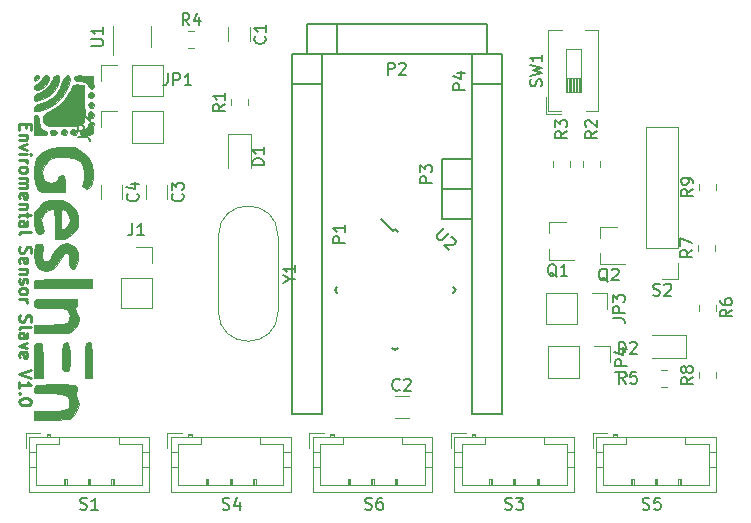
<source format=gbr>
%TF.GenerationSoftware,KiCad,Pcbnew,(5.0.0)*%
%TF.CreationDate,2021-11-23T11:21:32+01:00*%
%TF.ProjectId,PlacaSlave3AGesinen,506C616361536C617665334147657369,rev?*%
%TF.SameCoordinates,Original*%
%TF.FileFunction,Legend,Top*%
%TF.FilePolarity,Positive*%
%FSLAX46Y46*%
G04 Gerber Fmt 4.6, Leading zero omitted, Abs format (unit mm)*
G04 Created by KiCad (PCBNEW (5.0.0)) date 11/23/21 11:21:32*
%MOMM*%
%LPD*%
G01*
G04 APERTURE LIST*
%ADD10C,0.250000*%
%ADD11C,0.150000*%
%ADD12C,0.120000*%
%ADD13C,0.010000*%
G04 APERTURE END LIST*
D10*
X114625428Y-89719047D02*
X114625428Y-90052380D01*
X114101619Y-90195238D02*
X114101619Y-89719047D01*
X115101619Y-89719047D01*
X115101619Y-90195238D01*
X114768285Y-90623809D02*
X114101619Y-90623809D01*
X114673047Y-90623809D02*
X114720666Y-90671428D01*
X114768285Y-90766666D01*
X114768285Y-90909523D01*
X114720666Y-91004761D01*
X114625428Y-91052380D01*
X114101619Y-91052380D01*
X114768285Y-91433333D02*
X114101619Y-91671428D01*
X114768285Y-91909523D01*
X114101619Y-92290476D02*
X114768285Y-92290476D01*
X115101619Y-92290476D02*
X115054000Y-92242857D01*
X115006380Y-92290476D01*
X115054000Y-92338095D01*
X115101619Y-92290476D01*
X115006380Y-92290476D01*
X114101619Y-92766666D02*
X114768285Y-92766666D01*
X114577809Y-92766666D02*
X114673047Y-92814285D01*
X114720666Y-92861904D01*
X114768285Y-92957142D01*
X114768285Y-93052380D01*
X114101619Y-93528571D02*
X114149238Y-93433333D01*
X114196857Y-93385714D01*
X114292095Y-93338095D01*
X114577809Y-93338095D01*
X114673047Y-93385714D01*
X114720666Y-93433333D01*
X114768285Y-93528571D01*
X114768285Y-93671428D01*
X114720666Y-93766666D01*
X114673047Y-93814285D01*
X114577809Y-93861904D01*
X114292095Y-93861904D01*
X114196857Y-93814285D01*
X114149238Y-93766666D01*
X114101619Y-93671428D01*
X114101619Y-93528571D01*
X114101619Y-94290476D02*
X114768285Y-94290476D01*
X114673047Y-94290476D02*
X114720666Y-94338095D01*
X114768285Y-94433333D01*
X114768285Y-94576190D01*
X114720666Y-94671428D01*
X114625428Y-94719047D01*
X114101619Y-94719047D01*
X114625428Y-94719047D02*
X114720666Y-94766666D01*
X114768285Y-94861904D01*
X114768285Y-95004761D01*
X114720666Y-95099999D01*
X114625428Y-95147619D01*
X114101619Y-95147619D01*
X114149238Y-96004761D02*
X114101619Y-95909523D01*
X114101619Y-95719047D01*
X114149238Y-95623809D01*
X114244476Y-95576190D01*
X114625428Y-95576190D01*
X114720666Y-95623809D01*
X114768285Y-95719047D01*
X114768285Y-95909523D01*
X114720666Y-96004761D01*
X114625428Y-96052380D01*
X114530190Y-96052380D01*
X114434952Y-95576190D01*
X114768285Y-96480952D02*
X114101619Y-96480952D01*
X114673047Y-96480952D02*
X114720666Y-96528571D01*
X114768285Y-96623809D01*
X114768285Y-96766666D01*
X114720666Y-96861904D01*
X114625428Y-96909523D01*
X114101619Y-96909523D01*
X114768285Y-97242857D02*
X114768285Y-97623809D01*
X115101619Y-97385714D02*
X114244476Y-97385714D01*
X114149238Y-97433333D01*
X114101619Y-97528571D01*
X114101619Y-97623809D01*
X114101619Y-98385714D02*
X114625428Y-98385714D01*
X114720666Y-98338095D01*
X114768285Y-98242857D01*
X114768285Y-98052380D01*
X114720666Y-97957142D01*
X114149238Y-98385714D02*
X114101619Y-98290476D01*
X114101619Y-98052380D01*
X114149238Y-97957142D01*
X114244476Y-97909523D01*
X114339714Y-97909523D01*
X114434952Y-97957142D01*
X114482571Y-98052380D01*
X114482571Y-98290476D01*
X114530190Y-98385714D01*
X114101619Y-99004761D02*
X114149238Y-98909523D01*
X114244476Y-98861904D01*
X115101619Y-98861904D01*
X114149238Y-100099999D02*
X114101619Y-100242857D01*
X114101619Y-100480952D01*
X114149238Y-100576190D01*
X114196857Y-100623809D01*
X114292095Y-100671428D01*
X114387333Y-100671428D01*
X114482571Y-100623809D01*
X114530190Y-100576190D01*
X114577809Y-100480952D01*
X114625428Y-100290476D01*
X114673047Y-100195238D01*
X114720666Y-100147619D01*
X114815904Y-100099999D01*
X114911142Y-100099999D01*
X115006380Y-100147619D01*
X115054000Y-100195238D01*
X115101619Y-100290476D01*
X115101619Y-100528571D01*
X115054000Y-100671428D01*
X114149238Y-101480952D02*
X114101619Y-101385714D01*
X114101619Y-101195238D01*
X114149238Y-101099999D01*
X114244476Y-101052380D01*
X114625428Y-101052380D01*
X114720666Y-101099999D01*
X114768285Y-101195238D01*
X114768285Y-101385714D01*
X114720666Y-101480952D01*
X114625428Y-101528571D01*
X114530190Y-101528571D01*
X114434952Y-101052380D01*
X114768285Y-101957142D02*
X114101619Y-101957142D01*
X114673047Y-101957142D02*
X114720666Y-102004761D01*
X114768285Y-102099999D01*
X114768285Y-102242857D01*
X114720666Y-102338095D01*
X114625428Y-102385714D01*
X114101619Y-102385714D01*
X114149238Y-102814285D02*
X114101619Y-102909523D01*
X114101619Y-103099999D01*
X114149238Y-103195238D01*
X114244476Y-103242857D01*
X114292095Y-103242857D01*
X114387333Y-103195238D01*
X114434952Y-103099999D01*
X114434952Y-102957142D01*
X114482571Y-102861904D01*
X114577809Y-102814285D01*
X114625428Y-102814285D01*
X114720666Y-102861904D01*
X114768285Y-102957142D01*
X114768285Y-103099999D01*
X114720666Y-103195238D01*
X114101619Y-103814285D02*
X114149238Y-103719047D01*
X114196857Y-103671428D01*
X114292095Y-103623809D01*
X114577809Y-103623809D01*
X114673047Y-103671428D01*
X114720666Y-103719047D01*
X114768285Y-103814285D01*
X114768285Y-103957142D01*
X114720666Y-104052380D01*
X114673047Y-104099999D01*
X114577809Y-104147619D01*
X114292095Y-104147619D01*
X114196857Y-104099999D01*
X114149238Y-104052380D01*
X114101619Y-103957142D01*
X114101619Y-103814285D01*
X114101619Y-104576190D02*
X114768285Y-104576190D01*
X114577809Y-104576190D02*
X114673047Y-104623809D01*
X114720666Y-104671428D01*
X114768285Y-104766666D01*
X114768285Y-104861904D01*
X114149238Y-105909523D02*
X114101619Y-106052380D01*
X114101619Y-106290476D01*
X114149238Y-106385714D01*
X114196857Y-106433333D01*
X114292095Y-106480952D01*
X114387333Y-106480952D01*
X114482571Y-106433333D01*
X114530190Y-106385714D01*
X114577809Y-106290476D01*
X114625428Y-106099999D01*
X114673047Y-106004761D01*
X114720666Y-105957142D01*
X114815904Y-105909523D01*
X114911142Y-105909523D01*
X115006380Y-105957142D01*
X115054000Y-106004761D01*
X115101619Y-106099999D01*
X115101619Y-106338095D01*
X115054000Y-106480952D01*
X114101619Y-107052380D02*
X114149238Y-106957142D01*
X114244476Y-106909523D01*
X115101619Y-106909523D01*
X114101619Y-107861904D02*
X114625428Y-107861904D01*
X114720666Y-107814285D01*
X114768285Y-107719047D01*
X114768285Y-107528571D01*
X114720666Y-107433333D01*
X114149238Y-107861904D02*
X114101619Y-107766666D01*
X114101619Y-107528571D01*
X114149238Y-107433333D01*
X114244476Y-107385714D01*
X114339714Y-107385714D01*
X114434952Y-107433333D01*
X114482571Y-107528571D01*
X114482571Y-107766666D01*
X114530190Y-107861904D01*
X114768285Y-108242857D02*
X114101619Y-108480952D01*
X114768285Y-108719047D01*
X114149238Y-109480952D02*
X114101619Y-109385714D01*
X114101619Y-109195238D01*
X114149238Y-109099999D01*
X114244476Y-109052380D01*
X114625428Y-109052380D01*
X114720666Y-109099999D01*
X114768285Y-109195238D01*
X114768285Y-109385714D01*
X114720666Y-109480952D01*
X114625428Y-109528571D01*
X114530190Y-109528571D01*
X114434952Y-109052380D01*
X115101619Y-110576190D02*
X114101619Y-110909523D01*
X115101619Y-111242857D01*
X114101619Y-112099999D02*
X114101619Y-111528571D01*
X114101619Y-111814285D02*
X115101619Y-111814285D01*
X114958761Y-111719047D01*
X114863523Y-111623809D01*
X114815904Y-111528571D01*
X114196857Y-112528571D02*
X114149238Y-112576190D01*
X114101619Y-112528571D01*
X114149238Y-112480952D01*
X114196857Y-112528571D01*
X114101619Y-112528571D01*
X115101619Y-113195238D02*
X115101619Y-113290476D01*
X115054000Y-113385714D01*
X115006380Y-113433333D01*
X114911142Y-113480952D01*
X114720666Y-113528571D01*
X114482571Y-113528571D01*
X114292095Y-113480952D01*
X114196857Y-113433333D01*
X114149238Y-113385714D01*
X114101619Y-113290476D01*
X114101619Y-113195238D01*
X114149238Y-113099999D01*
X114196857Y-113052380D01*
X114292095Y-113004761D01*
X114482571Y-112957142D01*
X114720666Y-112957142D01*
X114911142Y-113004761D01*
X115006380Y-113052380D01*
X115054000Y-113099999D01*
X115101619Y-113195238D01*
D11*
%TO.C,P3*%
X152400000Y-97790000D02*
X149860000Y-97790000D01*
X152400000Y-95250000D02*
X152400000Y-97790000D01*
X149860000Y-95250000D02*
X152400000Y-95250000D01*
X149860000Y-97790000D02*
X149860000Y-95250000D01*
X149860000Y-92710000D02*
X149860000Y-95250000D01*
X152400000Y-92710000D02*
X149860000Y-92710000D01*
X152400000Y-95250000D02*
X152400000Y-92710000D01*
%TO.C,P1*%
X137160000Y-86360000D02*
X139700000Y-86360000D01*
X139700000Y-114300000D02*
X139700000Y-86360000D01*
X137160000Y-114300000D02*
X139700000Y-114300000D01*
X137160000Y-86360000D02*
X137160000Y-114300000D01*
X137160000Y-83820000D02*
X137160000Y-86360000D01*
X139700000Y-83820000D02*
X137160000Y-83820000D01*
X139700000Y-86360000D02*
X139700000Y-83820000D01*
%TO.C,P2*%
X140970000Y-83820000D02*
X140970000Y-81280000D01*
X153670000Y-81280000D02*
X140970000Y-81280000D01*
X153670000Y-83820000D02*
X153670000Y-81280000D01*
X140970000Y-83820000D02*
X153670000Y-83820000D01*
X138430000Y-83820000D02*
X140970000Y-83820000D01*
X138430000Y-81280000D02*
X138430000Y-83820000D01*
X140970000Y-81280000D02*
X138430000Y-81280000D01*
%TO.C,P4*%
X152400000Y-86360000D02*
X154940000Y-86360000D01*
X154940000Y-114300000D02*
X154940000Y-86360000D01*
X152400000Y-114300000D02*
X154940000Y-114300000D01*
X152400000Y-86360000D02*
X152400000Y-114300000D01*
X152400000Y-83820000D02*
X152400000Y-86360000D01*
X154940000Y-83820000D02*
X152400000Y-83820000D01*
X154940000Y-86360000D02*
X154940000Y-83820000D01*
D12*
%TO.C,C1*%
X131805000Y-81530436D02*
X131805000Y-82734564D01*
X133625000Y-81530436D02*
X133625000Y-82734564D01*
%TO.C,C2*%
X145865436Y-112755000D02*
X147069564Y-112755000D01*
X145865436Y-114575000D02*
X147069564Y-114575000D01*
%TO.C,C3*%
X124820000Y-94865436D02*
X124820000Y-96069564D01*
X126640000Y-94865436D02*
X126640000Y-96069564D01*
%TO.C,C4*%
X122830000Y-94865436D02*
X122830000Y-96069564D01*
X121010000Y-94865436D02*
X121010000Y-96069564D01*
%TO.C,D1*%
X133675000Y-93465000D02*
X133675000Y-90605000D01*
X133675000Y-90605000D02*
X131755000Y-90605000D01*
X131755000Y-90605000D02*
X131755000Y-93465000D01*
%TO.C,D2*%
X170525000Y-107625000D02*
X167665000Y-107625000D01*
X170525000Y-109545000D02*
X170525000Y-107625000D01*
X167665000Y-109545000D02*
X170525000Y-109545000D01*
%TO.C,J1*%
X124000000Y-100130000D02*
X125330000Y-100130000D01*
X125330000Y-100130000D02*
X125330000Y-101460000D01*
X125330000Y-102730000D02*
X125330000Y-105330000D01*
X122670000Y-105330000D02*
X125330000Y-105330000D01*
X122670000Y-102730000D02*
X122670000Y-105330000D01*
X122670000Y-102730000D02*
X125330000Y-102730000D01*
%TO.C,JP1*%
X123634500Y-87372500D02*
X123634500Y-84712500D01*
X123634500Y-87372500D02*
X126234500Y-87372500D01*
X126234500Y-87372500D02*
X126234500Y-84712500D01*
X123634500Y-84712500D02*
X126234500Y-84712500D01*
X121034500Y-84712500D02*
X122364500Y-84712500D01*
X121034500Y-86042500D02*
X121034500Y-84712500D01*
%TO.C,JP2*%
X121034500Y-89979500D02*
X121034500Y-88649500D01*
X121034500Y-88649500D02*
X122364500Y-88649500D01*
X123634500Y-88649500D02*
X126234500Y-88649500D01*
X126234500Y-91309500D02*
X126234500Y-88649500D01*
X123634500Y-91309500D02*
X126234500Y-91309500D01*
X123634500Y-91309500D02*
X123634500Y-88649500D01*
%TO.C,R1*%
X133425000Y-88136252D02*
X133425000Y-87613748D01*
X132005000Y-88136252D02*
X132005000Y-87613748D01*
%TO.C,R2*%
X161850000Y-92838748D02*
X161850000Y-93361252D01*
X163270000Y-92838748D02*
X163270000Y-93361252D01*
%TO.C,R3*%
X160730000Y-92838748D02*
X160730000Y-93361252D01*
X159310000Y-92838748D02*
X159310000Y-93361252D01*
%TO.C,R4*%
X128398748Y-81840000D02*
X128921252Y-81840000D01*
X128398748Y-83260000D02*
X128921252Y-83260000D01*
%TO.C,R5*%
X168917252Y-110542000D02*
X168394748Y-110542000D01*
X168917252Y-111962000D02*
X168394748Y-111962000D01*
%TO.C,S1*%
X114940000Y-116190000D02*
X114940000Y-120910000D01*
X114940000Y-120910000D02*
X125060000Y-120910000D01*
X125060000Y-120910000D02*
X125060000Y-116190000D01*
X125060000Y-116190000D02*
X114940000Y-116190000D01*
X116700000Y-116190000D02*
X116700000Y-115990000D01*
X116700000Y-115990000D02*
X116400000Y-115990000D01*
X116400000Y-115990000D02*
X116400000Y-116190000D01*
X116700000Y-116090000D02*
X116400000Y-116090000D01*
X117500000Y-116190000D02*
X117500000Y-116800000D01*
X117500000Y-116800000D02*
X115550000Y-116800000D01*
X115550000Y-116800000D02*
X115550000Y-120300000D01*
X115550000Y-120300000D02*
X124450000Y-120300000D01*
X124450000Y-120300000D02*
X124450000Y-116800000D01*
X124450000Y-116800000D02*
X122500000Y-116800000D01*
X122500000Y-116800000D02*
X122500000Y-116190000D01*
X114940000Y-117500000D02*
X115550000Y-117500000D01*
X114940000Y-118800000D02*
X115550000Y-118800000D01*
X125060000Y-117500000D02*
X124450000Y-117500000D01*
X125060000Y-118800000D02*
X124450000Y-118800000D01*
X117900000Y-120300000D02*
X117900000Y-119800000D01*
X117900000Y-119800000D02*
X118100000Y-119800000D01*
X118100000Y-119800000D02*
X118100000Y-120300000D01*
X118000000Y-120300000D02*
X118000000Y-119800000D01*
X119900000Y-120300000D02*
X119900000Y-119800000D01*
X119900000Y-119800000D02*
X120100000Y-119800000D01*
X120100000Y-119800000D02*
X120100000Y-120300000D01*
X120000000Y-120300000D02*
X120000000Y-119800000D01*
X121900000Y-120300000D02*
X121900000Y-119800000D01*
X121900000Y-119800000D02*
X122100000Y-119800000D01*
X122100000Y-119800000D02*
X122100000Y-120300000D01*
X122000000Y-120300000D02*
X122000000Y-119800000D01*
X115890000Y-115890000D02*
X114640000Y-115890000D01*
X114640000Y-115890000D02*
X114640000Y-117140000D01*
%TO.C,S3*%
X150640000Y-115890000D02*
X150640000Y-117140000D01*
X151890000Y-115890000D02*
X150640000Y-115890000D01*
X158000000Y-120300000D02*
X158000000Y-119800000D01*
X158100000Y-119800000D02*
X158100000Y-120300000D01*
X157900000Y-119800000D02*
X158100000Y-119800000D01*
X157900000Y-120300000D02*
X157900000Y-119800000D01*
X156000000Y-120300000D02*
X156000000Y-119800000D01*
X156100000Y-119800000D02*
X156100000Y-120300000D01*
X155900000Y-119800000D02*
X156100000Y-119800000D01*
X155900000Y-120300000D02*
X155900000Y-119800000D01*
X154000000Y-120300000D02*
X154000000Y-119800000D01*
X154100000Y-119800000D02*
X154100000Y-120300000D01*
X153900000Y-119800000D02*
X154100000Y-119800000D01*
X153900000Y-120300000D02*
X153900000Y-119800000D01*
X161060000Y-118800000D02*
X160450000Y-118800000D01*
X161060000Y-117500000D02*
X160450000Y-117500000D01*
X150940000Y-118800000D02*
X151550000Y-118800000D01*
X150940000Y-117500000D02*
X151550000Y-117500000D01*
X158500000Y-116800000D02*
X158500000Y-116190000D01*
X160450000Y-116800000D02*
X158500000Y-116800000D01*
X160450000Y-120300000D02*
X160450000Y-116800000D01*
X151550000Y-120300000D02*
X160450000Y-120300000D01*
X151550000Y-116800000D02*
X151550000Y-120300000D01*
X153500000Y-116800000D02*
X151550000Y-116800000D01*
X153500000Y-116190000D02*
X153500000Y-116800000D01*
X152700000Y-116090000D02*
X152400000Y-116090000D01*
X152400000Y-115990000D02*
X152400000Y-116190000D01*
X152700000Y-115990000D02*
X152400000Y-115990000D01*
X152700000Y-116190000D02*
X152700000Y-115990000D01*
X161060000Y-116190000D02*
X150940000Y-116190000D01*
X161060000Y-120910000D02*
X161060000Y-116190000D01*
X150940000Y-120910000D02*
X161060000Y-120910000D01*
X150940000Y-116190000D02*
X150940000Y-120910000D01*
%TO.C,S4*%
X126640000Y-115890000D02*
X126640000Y-117140000D01*
X127890000Y-115890000D02*
X126640000Y-115890000D01*
X134000000Y-120300000D02*
X134000000Y-119800000D01*
X134100000Y-119800000D02*
X134100000Y-120300000D01*
X133900000Y-119800000D02*
X134100000Y-119800000D01*
X133900000Y-120300000D02*
X133900000Y-119800000D01*
X132000000Y-120300000D02*
X132000000Y-119800000D01*
X132100000Y-119800000D02*
X132100000Y-120300000D01*
X131900000Y-119800000D02*
X132100000Y-119800000D01*
X131900000Y-120300000D02*
X131900000Y-119800000D01*
X130000000Y-120300000D02*
X130000000Y-119800000D01*
X130100000Y-119800000D02*
X130100000Y-120300000D01*
X129900000Y-119800000D02*
X130100000Y-119800000D01*
X129900000Y-120300000D02*
X129900000Y-119800000D01*
X137060000Y-118800000D02*
X136450000Y-118800000D01*
X137060000Y-117500000D02*
X136450000Y-117500000D01*
X126940000Y-118800000D02*
X127550000Y-118800000D01*
X126940000Y-117500000D02*
X127550000Y-117500000D01*
X134500000Y-116800000D02*
X134500000Y-116190000D01*
X136450000Y-116800000D02*
X134500000Y-116800000D01*
X136450000Y-120300000D02*
X136450000Y-116800000D01*
X127550000Y-120300000D02*
X136450000Y-120300000D01*
X127550000Y-116800000D02*
X127550000Y-120300000D01*
X129500000Y-116800000D02*
X127550000Y-116800000D01*
X129500000Y-116190000D02*
X129500000Y-116800000D01*
X128700000Y-116090000D02*
X128400000Y-116090000D01*
X128400000Y-115990000D02*
X128400000Y-116190000D01*
X128700000Y-115990000D02*
X128400000Y-115990000D01*
X128700000Y-116190000D02*
X128700000Y-115990000D01*
X137060000Y-116190000D02*
X126940000Y-116190000D01*
X137060000Y-120910000D02*
X137060000Y-116190000D01*
X126940000Y-120910000D02*
X137060000Y-120910000D01*
X126940000Y-116190000D02*
X126940000Y-120910000D01*
%TO.C,S5*%
X162940000Y-116190000D02*
X162940000Y-120910000D01*
X162940000Y-120910000D02*
X173060000Y-120910000D01*
X173060000Y-120910000D02*
X173060000Y-116190000D01*
X173060000Y-116190000D02*
X162940000Y-116190000D01*
X164700000Y-116190000D02*
X164700000Y-115990000D01*
X164700000Y-115990000D02*
X164400000Y-115990000D01*
X164400000Y-115990000D02*
X164400000Y-116190000D01*
X164700000Y-116090000D02*
X164400000Y-116090000D01*
X165500000Y-116190000D02*
X165500000Y-116800000D01*
X165500000Y-116800000D02*
X163550000Y-116800000D01*
X163550000Y-116800000D02*
X163550000Y-120300000D01*
X163550000Y-120300000D02*
X172450000Y-120300000D01*
X172450000Y-120300000D02*
X172450000Y-116800000D01*
X172450000Y-116800000D02*
X170500000Y-116800000D01*
X170500000Y-116800000D02*
X170500000Y-116190000D01*
X162940000Y-117500000D02*
X163550000Y-117500000D01*
X162940000Y-118800000D02*
X163550000Y-118800000D01*
X173060000Y-117500000D02*
X172450000Y-117500000D01*
X173060000Y-118800000D02*
X172450000Y-118800000D01*
X165900000Y-120300000D02*
X165900000Y-119800000D01*
X165900000Y-119800000D02*
X166100000Y-119800000D01*
X166100000Y-119800000D02*
X166100000Y-120300000D01*
X166000000Y-120300000D02*
X166000000Y-119800000D01*
X167900000Y-120300000D02*
X167900000Y-119800000D01*
X167900000Y-119800000D02*
X168100000Y-119800000D01*
X168100000Y-119800000D02*
X168100000Y-120300000D01*
X168000000Y-120300000D02*
X168000000Y-119800000D01*
X169900000Y-120300000D02*
X169900000Y-119800000D01*
X169900000Y-119800000D02*
X170100000Y-119800000D01*
X170100000Y-119800000D02*
X170100000Y-120300000D01*
X170000000Y-120300000D02*
X170000000Y-119800000D01*
X163890000Y-115890000D02*
X162640000Y-115890000D01*
X162640000Y-115890000D02*
X162640000Y-117140000D01*
%TO.C,S6*%
X138640000Y-115890000D02*
X138640000Y-117140000D01*
X139890000Y-115890000D02*
X138640000Y-115890000D01*
X146000000Y-120300000D02*
X146000000Y-119800000D01*
X146100000Y-119800000D02*
X146100000Y-120300000D01*
X145900000Y-119800000D02*
X146100000Y-119800000D01*
X145900000Y-120300000D02*
X145900000Y-119800000D01*
X144000000Y-120300000D02*
X144000000Y-119800000D01*
X144100000Y-119800000D02*
X144100000Y-120300000D01*
X143900000Y-119800000D02*
X144100000Y-119800000D01*
X143900000Y-120300000D02*
X143900000Y-119800000D01*
X142000000Y-120300000D02*
X142000000Y-119800000D01*
X142100000Y-119800000D02*
X142100000Y-120300000D01*
X141900000Y-119800000D02*
X142100000Y-119800000D01*
X141900000Y-120300000D02*
X141900000Y-119800000D01*
X149060000Y-118800000D02*
X148450000Y-118800000D01*
X149060000Y-117500000D02*
X148450000Y-117500000D01*
X138940000Y-118800000D02*
X139550000Y-118800000D01*
X138940000Y-117500000D02*
X139550000Y-117500000D01*
X146500000Y-116800000D02*
X146500000Y-116190000D01*
X148450000Y-116800000D02*
X146500000Y-116800000D01*
X148450000Y-120300000D02*
X148450000Y-116800000D01*
X139550000Y-120300000D02*
X148450000Y-120300000D01*
X139550000Y-116800000D02*
X139550000Y-120300000D01*
X141500000Y-116800000D02*
X139550000Y-116800000D01*
X141500000Y-116190000D02*
X141500000Y-116800000D01*
X140700000Y-116090000D02*
X140400000Y-116090000D01*
X140400000Y-115990000D02*
X140400000Y-116190000D01*
X140700000Y-115990000D02*
X140400000Y-115990000D01*
X140700000Y-116190000D02*
X140700000Y-115990000D01*
X149060000Y-116190000D02*
X138940000Y-116190000D01*
X149060000Y-120910000D02*
X149060000Y-116190000D01*
X138940000Y-120910000D02*
X149060000Y-120910000D01*
X138940000Y-116190000D02*
X138940000Y-120910000D01*
%TO.C,Y1*%
X130952000Y-99189000D02*
X130952000Y-105589000D01*
X136002000Y-99189000D02*
X136002000Y-105589000D01*
X130952000Y-99189000D02*
G75*
G02X136002000Y-99189000I2525000J0D01*
G01*
X130952000Y-105589000D02*
G75*
G03X136002000Y-105589000I2525000J0D01*
G01*
%TO.C,JP3*%
X163890000Y-104016500D02*
X163890000Y-105346500D01*
X162560000Y-104016500D02*
X163890000Y-104016500D01*
X161290000Y-104016500D02*
X161290000Y-106676500D01*
X161290000Y-106676500D02*
X158690000Y-106676500D01*
X161290000Y-104016500D02*
X158690000Y-104016500D01*
X158690000Y-104016500D02*
X158690000Y-106676500D01*
%TO.C,JP4*%
X158880500Y-108525000D02*
X158880500Y-111185000D01*
X161480500Y-108525000D02*
X158880500Y-108525000D01*
X161480500Y-111185000D02*
X158880500Y-111185000D01*
X161480500Y-108525000D02*
X161480500Y-111185000D01*
X162750500Y-108525000D02*
X164080500Y-108525000D01*
X164080500Y-108525000D02*
X164080500Y-109855000D01*
%TO.C,Q1*%
X158926500Y-98051500D02*
X158926500Y-98981500D01*
X158926500Y-101211500D02*
X158926500Y-100281500D01*
X158926500Y-101211500D02*
X161086500Y-101211500D01*
X158926500Y-98051500D02*
X160386500Y-98051500D01*
%TO.C,Q2*%
X163260500Y-98432500D02*
X164720500Y-98432500D01*
X163260500Y-101592500D02*
X165420500Y-101592500D01*
X163260500Y-101592500D02*
X163260500Y-100662500D01*
X163260500Y-98432500D02*
X163260500Y-99362500D01*
%TO.C,R6*%
X173049000Y-105012748D02*
X173049000Y-105535252D01*
X171629000Y-105012748D02*
X171629000Y-105535252D01*
%TO.C,R7*%
X171565500Y-100473252D02*
X171565500Y-99950748D01*
X172985500Y-100473252D02*
X172985500Y-99950748D01*
%TO.C,R8*%
X173049000Y-111268252D02*
X173049000Y-110745748D01*
X171629000Y-111268252D02*
X171629000Y-110745748D01*
%TO.C,R9*%
X173049000Y-95329752D02*
X173049000Y-94807248D01*
X171629000Y-95329752D02*
X171629000Y-94807248D01*
%TO.C,S2*%
X169859000Y-102803000D02*
X168529000Y-102803000D01*
X169859000Y-101473000D02*
X169859000Y-102803000D01*
X169859000Y-100203000D02*
X167199000Y-100203000D01*
X167199000Y-100203000D02*
X167199000Y-89983000D01*
X169859000Y-100203000D02*
X169859000Y-89983000D01*
X169859000Y-89983000D02*
X167199000Y-89983000D01*
D13*
%TO.C,MH4*%
G36*
X120358244Y-89211333D02*
X120223398Y-89240884D01*
X120195113Y-89231087D01*
X119992662Y-89163845D01*
X119941113Y-89154000D01*
X119890002Y-89057588D01*
X119908431Y-88864650D01*
X119972667Y-88730666D01*
X120183828Y-88638760D01*
X120347170Y-88758759D01*
X120396000Y-88977087D01*
X120358244Y-89211333D01*
X120358244Y-89211333D01*
G37*
X120358244Y-89211333D02*
X120223398Y-89240884D01*
X120195113Y-89231087D01*
X119992662Y-89163845D01*
X119941113Y-89154000D01*
X119890002Y-89057588D01*
X119908431Y-88864650D01*
X119972667Y-88730666D01*
X120183828Y-88638760D01*
X120347170Y-88758759D01*
X120396000Y-88977087D01*
X120358244Y-89211333D01*
G36*
X120327570Y-88349717D02*
X120175209Y-88368103D01*
X119969657Y-88250045D01*
X119907347Y-88066992D01*
X119996906Y-87917150D01*
X120132688Y-87884000D01*
X120349813Y-87967673D01*
X120396000Y-88147312D01*
X120327570Y-88349717D01*
X120327570Y-88349717D01*
G37*
X120327570Y-88349717D02*
X120175209Y-88368103D01*
X119969657Y-88250045D01*
X119907347Y-88066992D01*
X119996906Y-87917150D01*
X120132688Y-87884000D01*
X120349813Y-87967673D01*
X120396000Y-88147312D01*
X120327570Y-88349717D01*
G36*
X120306198Y-87461256D02*
X120142000Y-87503000D01*
X119931824Y-87411541D01*
X119893486Y-87209835D01*
X119972667Y-87079666D01*
X120188121Y-86992255D01*
X120359581Y-87103183D01*
X120396000Y-87249000D01*
X120306198Y-87461256D01*
X120306198Y-87461256D01*
G37*
X120306198Y-87461256D02*
X120142000Y-87503000D01*
X119931824Y-87411541D01*
X119893486Y-87209835D01*
X119972667Y-87079666D01*
X120188121Y-86992255D01*
X120359581Y-87103183D01*
X120396000Y-87249000D01*
X120306198Y-87461256D01*
G36*
X119634000Y-111252000D02*
X119634000Y-109787514D01*
X119640470Y-109128228D01*
X119663027Y-108683374D01*
X119706394Y-108413637D01*
X119775294Y-108279702D01*
X119818419Y-108252260D01*
X120000744Y-108216583D01*
X120127495Y-108294658D01*
X120208048Y-108518663D01*
X120251776Y-108920778D01*
X120268054Y-109533182D01*
X120269000Y-109798995D01*
X120269000Y-111252000D01*
X119634000Y-111252000D01*
X119634000Y-111252000D01*
G37*
X119634000Y-111252000D02*
X119634000Y-109787514D01*
X119640470Y-109128228D01*
X119663027Y-108683374D01*
X119706394Y-108413637D01*
X119775294Y-108279702D01*
X119818419Y-108252260D01*
X120000744Y-108216583D01*
X120127495Y-108294658D01*
X120208048Y-108518663D01*
X120251776Y-108920778D01*
X120268054Y-109533182D01*
X120269000Y-109798995D01*
X120269000Y-111252000D01*
X119634000Y-111252000D01*
G36*
X120375311Y-90017452D02*
X120372081Y-90063929D01*
X120335814Y-90407231D01*
X120243553Y-90572320D01*
X120021453Y-90634356D01*
X119792750Y-90653552D01*
X119429247Y-90654309D01*
X119269562Y-90580092D01*
X119253000Y-90515968D01*
X119307160Y-90297102D01*
X119337667Y-90254666D01*
X119525203Y-90181010D01*
X119646334Y-90170000D01*
X119846681Y-90059105D01*
X119910918Y-89885547D01*
X120033251Y-89642927D01*
X120181581Y-89557227D01*
X120323291Y-89564300D01*
X120380449Y-89697975D01*
X120375311Y-90017452D01*
X120375311Y-90017452D01*
G37*
X120375311Y-90017452D02*
X120372081Y-90063929D01*
X120335814Y-90407231D01*
X120243553Y-90572320D01*
X120021453Y-90634356D01*
X119792750Y-90653552D01*
X119429247Y-90654309D01*
X119269562Y-90580092D01*
X119253000Y-90515968D01*
X119307160Y-90297102D01*
X119337667Y-90254666D01*
X119525203Y-90181010D01*
X119646334Y-90170000D01*
X119846681Y-90059105D01*
X119910918Y-89885547D01*
X120033251Y-89642927D01*
X120181581Y-89557227D01*
X120323291Y-89564300D01*
X120380449Y-89697975D01*
X120375311Y-90017452D01*
G36*
X120332832Y-86704678D02*
X120200994Y-86722205D01*
X120181581Y-86718772D01*
X119983339Y-86572527D01*
X119910918Y-86390452D01*
X119850164Y-86211459D01*
X119687749Y-86128019D01*
X119351533Y-86106115D01*
X119307668Y-86106000D01*
X118954642Y-86089278D01*
X118789002Y-86018919D01*
X118745205Y-85864630D01*
X118745000Y-85845939D01*
X118767262Y-85704699D01*
X118872414Y-85631503D01*
X119118008Y-85610236D01*
X119538750Y-85623689D01*
X120332500Y-85661500D01*
X120372081Y-86212070D01*
X120382442Y-86554366D01*
X120332832Y-86704678D01*
X120332832Y-86704678D01*
G37*
X120332832Y-86704678D02*
X120200994Y-86722205D01*
X120181581Y-86718772D01*
X119983339Y-86572527D01*
X119910918Y-86390452D01*
X119850164Y-86211459D01*
X119687749Y-86128019D01*
X119351533Y-86106115D01*
X119307668Y-86106000D01*
X118954642Y-86089278D01*
X118789002Y-86018919D01*
X118745205Y-85864630D01*
X118745000Y-85845939D01*
X118767262Y-85704699D01*
X118872414Y-85631503D01*
X119118008Y-85610236D01*
X119538750Y-85623689D01*
X120332500Y-85661500D01*
X120372081Y-86212070D01*
X120382442Y-86554366D01*
X120332832Y-86704678D01*
G36*
X118936374Y-90631409D02*
X118723198Y-90655082D01*
X118468911Y-90549990D01*
X118385288Y-90375827D01*
X118446021Y-90257312D01*
X118674937Y-90158638D01*
X118897045Y-90227676D01*
X118998966Y-90428440D01*
X118999000Y-90432832D01*
X118936374Y-90631409D01*
X118936374Y-90631409D01*
G37*
X118936374Y-90631409D02*
X118723198Y-90655082D01*
X118468911Y-90549990D01*
X118385288Y-90375827D01*
X118446021Y-90257312D01*
X118674937Y-90158638D01*
X118897045Y-90227676D01*
X118998966Y-90428440D01*
X118999000Y-90432832D01*
X118936374Y-90631409D01*
G36*
X118361430Y-110020432D02*
X118344579Y-110354409D01*
X118299734Y-110532463D01*
X118213184Y-110603634D01*
X118071217Y-110616959D01*
X118046500Y-110617000D01*
X117896410Y-110607946D01*
X117803123Y-110548257D01*
X117753133Y-110389139D01*
X117732934Y-110081798D01*
X117729018Y-109577441D01*
X117729000Y-109470014D01*
X117738826Y-108889488D01*
X117772574Y-108520057D01*
X117836650Y-108319421D01*
X117913419Y-108252260D01*
X118113013Y-108219829D01*
X118246039Y-108325442D01*
X118324151Y-108600893D01*
X118359004Y-109077975D01*
X118364000Y-109481495D01*
X118361430Y-110020432D01*
X118361430Y-110020432D01*
G37*
X118361430Y-110020432D02*
X118344579Y-110354409D01*
X118299734Y-110532463D01*
X118213184Y-110603634D01*
X118071217Y-110616959D01*
X118046500Y-110617000D01*
X117896410Y-110607946D01*
X117803123Y-110548257D01*
X117753133Y-110389139D01*
X117732934Y-110081798D01*
X117729018Y-109577441D01*
X117729000Y-109470014D01*
X117738826Y-108889488D01*
X117772574Y-108520057D01*
X117836650Y-108319421D01*
X117913419Y-108252260D01*
X118113013Y-108219829D01*
X118246039Y-108325442D01*
X118324151Y-108600893D01*
X118359004Y-109077975D01*
X118364000Y-109481495D01*
X118361430Y-110020432D01*
G36*
X118020198Y-90636256D02*
X117856000Y-90678000D01*
X117643744Y-90588197D01*
X117602000Y-90424000D01*
X117691803Y-90211743D01*
X117856000Y-90170000D01*
X118068257Y-90259802D01*
X118110000Y-90424000D01*
X118020198Y-90636256D01*
X118020198Y-90636256D01*
G37*
X118020198Y-90636256D02*
X117856000Y-90678000D01*
X117643744Y-90588197D01*
X117602000Y-90424000D01*
X117691803Y-90211743D01*
X117856000Y-90170000D01*
X118068257Y-90259802D01*
X118110000Y-90424000D01*
X118020198Y-90636256D01*
G36*
X117176394Y-90588294D02*
X116998750Y-90655082D01*
X116775854Y-90631589D01*
X116713068Y-90435366D01*
X116713000Y-90424000D01*
X116771009Y-90220327D01*
X116986784Y-90191281D01*
X116998750Y-90192917D01*
X117222163Y-90296717D01*
X117284500Y-90424000D01*
X117176394Y-90588294D01*
X117176394Y-90588294D01*
G37*
X117176394Y-90588294D02*
X116998750Y-90655082D01*
X116775854Y-90631589D01*
X116713068Y-90435366D01*
X116713000Y-90424000D01*
X116771009Y-90220327D01*
X116986784Y-90191281D01*
X116998750Y-90192917D01*
X117222163Y-90296717D01*
X117284500Y-90424000D01*
X117176394Y-90588294D01*
G36*
X119611875Y-89147492D02*
X119584741Y-89448102D01*
X119531419Y-89629718D01*
X119447200Y-89737246D01*
X119423380Y-89755917D01*
X119195954Y-89827854D01*
X118784045Y-89879044D01*
X118256374Y-89908853D01*
X117681661Y-89916644D01*
X117128626Y-89901785D01*
X116665989Y-89863641D01*
X116362471Y-89801578D01*
X116323651Y-89784531D01*
X116120028Y-89538889D01*
X116078000Y-89280062D01*
X116107790Y-89047827D01*
X116236087Y-88880682D01*
X116521288Y-88719147D01*
X116711939Y-88634347D01*
X117394303Y-88219267D01*
X117985416Y-87630673D01*
X118408739Y-86946939D01*
X118446073Y-86858615D01*
X118592268Y-86538878D01*
X118744276Y-86398621D01*
X118988344Y-86376395D01*
X119110715Y-86385065D01*
X119570500Y-86423500D01*
X119606404Y-88009667D01*
X119617527Y-88682983D01*
X119611875Y-89147492D01*
X119611875Y-89147492D01*
G37*
X119611875Y-89147492D02*
X119584741Y-89448102D01*
X119531419Y-89629718D01*
X119447200Y-89737246D01*
X119423380Y-89755917D01*
X119195954Y-89827854D01*
X118784045Y-89879044D01*
X118256374Y-89908853D01*
X117681661Y-89916644D01*
X117128626Y-89901785D01*
X116665989Y-89863641D01*
X116362471Y-89801578D01*
X116323651Y-89784531D01*
X116120028Y-89538889D01*
X116078000Y-89280062D01*
X116107790Y-89047827D01*
X116236087Y-88880682D01*
X116521288Y-88719147D01*
X116711939Y-88634347D01*
X117394303Y-88219267D01*
X117985416Y-87630673D01*
X118408739Y-86946939D01*
X118446073Y-86858615D01*
X118592268Y-86538878D01*
X118744276Y-86398621D01*
X118988344Y-86376395D01*
X119110715Y-86385065D01*
X119570500Y-86423500D01*
X119606404Y-88009667D01*
X119617527Y-88682983D01*
X119611875Y-89147492D01*
G36*
X119022281Y-113931839D02*
X118758781Y-114325983D01*
X118391561Y-114736973D01*
X116885531Y-114740736D01*
X115379500Y-114744500D01*
X115339315Y-114395250D01*
X115299129Y-114046000D01*
X116291815Y-114038681D01*
X116850507Y-114023247D01*
X117381992Y-113989579D01*
X117776098Y-113944775D01*
X117792500Y-113941971D01*
X118122462Y-113862229D01*
X118277745Y-113730213D01*
X118336799Y-113472636D01*
X118341183Y-113429410D01*
X118340915Y-113067852D01*
X118236731Y-112814389D01*
X117995131Y-112651257D01*
X117582619Y-112560697D01*
X116965695Y-112524945D01*
X116629817Y-112522000D01*
X116041680Y-112519951D01*
X115661956Y-112506777D01*
X115445056Y-112471931D01*
X115345394Y-112404868D01*
X115317383Y-112295043D01*
X115316000Y-112218087D01*
X115390929Y-111953025D01*
X115516888Y-111837087D01*
X115716447Y-111807439D01*
X116113301Y-111783076D01*
X116650758Y-111766449D01*
X117272130Y-111760010D01*
X117298873Y-111760000D01*
X117971312Y-111764443D01*
X118431530Y-111781243D01*
X118721204Y-111815601D01*
X118882015Y-111872723D01*
X118955638Y-111957810D01*
X118959530Y-111967323D01*
X118967120Y-112247381D01*
X118915667Y-112380073D01*
X118872262Y-112677311D01*
X118957252Y-112903000D01*
X119115480Y-113431463D01*
X119022281Y-113931839D01*
X119022281Y-113931839D01*
G37*
X119022281Y-113931839D02*
X118758781Y-114325983D01*
X118391561Y-114736973D01*
X116885531Y-114740736D01*
X115379500Y-114744500D01*
X115339315Y-114395250D01*
X115299129Y-114046000D01*
X116291815Y-114038681D01*
X116850507Y-114023247D01*
X117381992Y-113989579D01*
X117776098Y-113944775D01*
X117792500Y-113941971D01*
X118122462Y-113862229D01*
X118277745Y-113730213D01*
X118336799Y-113472636D01*
X118341183Y-113429410D01*
X118340915Y-113067852D01*
X118236731Y-112814389D01*
X117995131Y-112651257D01*
X117582619Y-112560697D01*
X116965695Y-112524945D01*
X116629817Y-112522000D01*
X116041680Y-112519951D01*
X115661956Y-112506777D01*
X115445056Y-112471931D01*
X115345394Y-112404868D01*
X115317383Y-112295043D01*
X115316000Y-112218087D01*
X115390929Y-111953025D01*
X115516888Y-111837087D01*
X115716447Y-111807439D01*
X116113301Y-111783076D01*
X116650758Y-111766449D01*
X117272130Y-111760010D01*
X117298873Y-111760000D01*
X117971312Y-111764443D01*
X118431530Y-111781243D01*
X118721204Y-111815601D01*
X118882015Y-111872723D01*
X118955638Y-111957810D01*
X118959530Y-111967323D01*
X118967120Y-112247381D01*
X118915667Y-112380073D01*
X118872262Y-112677311D01*
X118957252Y-112903000D01*
X119115480Y-113431463D01*
X119022281Y-113931839D01*
G36*
X115316000Y-111252000D02*
X115316000Y-109800058D01*
X115319318Y-109171108D01*
X115334281Y-108750574D01*
X115368407Y-108492905D01*
X115429215Y-108352549D01*
X115524220Y-108283956D01*
X115568864Y-108267860D01*
X115833064Y-108236196D01*
X115949864Y-108266797D01*
X116004002Y-108422600D01*
X116045841Y-108786662D01*
X116071569Y-109313382D01*
X116078000Y-109798995D01*
X116078000Y-111252000D01*
X115316000Y-111252000D01*
X115316000Y-111252000D01*
G37*
X115316000Y-111252000D02*
X115316000Y-109800058D01*
X115319318Y-109171108D01*
X115334281Y-108750574D01*
X115368407Y-108492905D01*
X115429215Y-108352549D01*
X115524220Y-108283956D01*
X115568864Y-108267860D01*
X115833064Y-108236196D01*
X115949864Y-108266797D01*
X116004002Y-108422600D01*
X116045841Y-108786662D01*
X116071569Y-109313382D01*
X116078000Y-109798995D01*
X116078000Y-111252000D01*
X115316000Y-111252000D01*
G36*
X119053179Y-106635826D02*
X118754770Y-107070769D01*
X118591456Y-107226476D01*
X118435889Y-107331120D01*
X118235772Y-107394848D01*
X117938808Y-107427807D01*
X117492700Y-107440142D01*
X116845149Y-107441999D01*
X116841334Y-107442000D01*
X115299129Y-107442000D01*
X115339315Y-107092750D01*
X115379500Y-106743500D01*
X116705666Y-106707037D01*
X117273779Y-106679208D01*
X117754788Y-106633035D01*
X118086925Y-106575731D01*
X118197916Y-106532737D01*
X118335291Y-106276646D01*
X118349259Y-105921366D01*
X118243669Y-105587532D01*
X118164429Y-105482571D01*
X118009796Y-105387038D01*
X117744529Y-105325996D01*
X117322150Y-105293360D01*
X116696182Y-105283043D01*
X116640429Y-105283000D01*
X116049411Y-105280828D01*
X115666999Y-105267542D01*
X115447803Y-105232986D01*
X115346431Y-105167004D01*
X115317492Y-105059440D01*
X115316000Y-104986666D01*
X115348829Y-104719952D01*
X115400667Y-104605666D01*
X115552045Y-104574913D01*
X115908713Y-104549149D01*
X116421979Y-104530612D01*
X117043147Y-104521540D01*
X117242167Y-104521000D01*
X118999000Y-104521000D01*
X118999000Y-104827916D01*
X118950052Y-105080517D01*
X118864378Y-105179707D01*
X118816047Y-105314756D01*
X118927096Y-105603040D01*
X119111575Y-106150916D01*
X119053179Y-106635826D01*
X119053179Y-106635826D01*
G37*
X119053179Y-106635826D02*
X118754770Y-107070769D01*
X118591456Y-107226476D01*
X118435889Y-107331120D01*
X118235772Y-107394848D01*
X117938808Y-107427807D01*
X117492700Y-107440142D01*
X116845149Y-107441999D01*
X116841334Y-107442000D01*
X115299129Y-107442000D01*
X115339315Y-107092750D01*
X115379500Y-106743500D01*
X116705666Y-106707037D01*
X117273779Y-106679208D01*
X117754788Y-106633035D01*
X118086925Y-106575731D01*
X118197916Y-106532737D01*
X118335291Y-106276646D01*
X118349259Y-105921366D01*
X118243669Y-105587532D01*
X118164429Y-105482571D01*
X118009796Y-105387038D01*
X117744529Y-105325996D01*
X117322150Y-105293360D01*
X116696182Y-105283043D01*
X116640429Y-105283000D01*
X116049411Y-105280828D01*
X115666999Y-105267542D01*
X115447803Y-105232986D01*
X115346431Y-105167004D01*
X115317492Y-105059440D01*
X115316000Y-104986666D01*
X115348829Y-104719952D01*
X115400667Y-104605666D01*
X115552045Y-104574913D01*
X115908713Y-104549149D01*
X116421979Y-104530612D01*
X117043147Y-104521540D01*
X117242167Y-104521000D01*
X118999000Y-104521000D01*
X118999000Y-104827916D01*
X118950052Y-105080517D01*
X118864378Y-105179707D01*
X118816047Y-105314756D01*
X118927096Y-105603040D01*
X119111575Y-106150916D01*
X119053179Y-106635826D01*
G36*
X115316000Y-103632000D02*
X115316000Y-103335666D01*
X115348829Y-103068952D01*
X115400667Y-102954666D01*
X115548637Y-102928092D01*
X115909550Y-102904936D01*
X116442360Y-102886599D01*
X117106018Y-102874487D01*
X117859477Y-102870002D01*
X117877167Y-102870000D01*
X120269000Y-102870000D01*
X120269000Y-103632000D01*
X115316000Y-103632000D01*
X115316000Y-103632000D01*
G37*
X115316000Y-103632000D02*
X115316000Y-103335666D01*
X115348829Y-103068952D01*
X115400667Y-102954666D01*
X115548637Y-102928092D01*
X115909550Y-102904936D01*
X116442360Y-102886599D01*
X117106018Y-102874487D01*
X117859477Y-102870002D01*
X117877167Y-102870000D01*
X120269000Y-102870000D01*
X120269000Y-103632000D01*
X115316000Y-103632000D01*
G36*
X119080930Y-101209881D02*
X119002753Y-101525131D01*
X118823488Y-101876778D01*
X118623481Y-101998005D01*
X118441753Y-101905260D01*
X118317326Y-101614993D01*
X118285820Y-101222921D01*
X118271744Y-100848043D01*
X118190827Y-100661943D01*
X118084499Y-100611562D01*
X117901763Y-100673066D01*
X117689736Y-100943833D01*
X117538082Y-101219825D01*
X117181387Y-101734473D01*
X116767102Y-102045433D01*
X116338117Y-102159839D01*
X115937317Y-102084825D01*
X115607590Y-101827525D01*
X115391823Y-101395075D01*
X115330733Y-100852622D01*
X115352356Y-100444576D01*
X115389179Y-100115630D01*
X115404970Y-100036850D01*
X115541514Y-99864614D01*
X115802988Y-99846350D01*
X116048805Y-99918539D01*
X116110626Y-100105477D01*
X116102567Y-100203000D01*
X116046326Y-100728287D01*
X116041053Y-101053655D01*
X116095710Y-101229686D01*
X116219258Y-101306964D01*
X116301029Y-101323185D01*
X116548101Y-101281600D01*
X116758730Y-101045284D01*
X116809029Y-100957929D01*
X117157158Y-100390538D01*
X117480084Y-100035219D01*
X117816286Y-99858157D01*
X118101607Y-99822000D01*
X118570545Y-99928796D01*
X118904226Y-100222447D01*
X119081428Y-100662844D01*
X119080930Y-101209881D01*
X119080930Y-101209881D01*
G37*
X119080930Y-101209881D02*
X119002753Y-101525131D01*
X118823488Y-101876778D01*
X118623481Y-101998005D01*
X118441753Y-101905260D01*
X118317326Y-101614993D01*
X118285820Y-101222921D01*
X118271744Y-100848043D01*
X118190827Y-100661943D01*
X118084499Y-100611562D01*
X117901763Y-100673066D01*
X117689736Y-100943833D01*
X117538082Y-101219825D01*
X117181387Y-101734473D01*
X116767102Y-102045433D01*
X116338117Y-102159839D01*
X115937317Y-102084825D01*
X115607590Y-101827525D01*
X115391823Y-101395075D01*
X115330733Y-100852622D01*
X115352356Y-100444576D01*
X115389179Y-100115630D01*
X115404970Y-100036850D01*
X115541514Y-99864614D01*
X115802988Y-99846350D01*
X116048805Y-99918539D01*
X116110626Y-100105477D01*
X116102567Y-100203000D01*
X116046326Y-100728287D01*
X116041053Y-101053655D01*
X116095710Y-101229686D01*
X116219258Y-101306964D01*
X116301029Y-101323185D01*
X116548101Y-101281600D01*
X116758730Y-101045284D01*
X116809029Y-100957929D01*
X117157158Y-100390538D01*
X117480084Y-100035219D01*
X117816286Y-99858157D01*
X118101607Y-99822000D01*
X118570545Y-99928796D01*
X118904226Y-100222447D01*
X119081428Y-100662844D01*
X119080930Y-101209881D01*
G36*
X119044975Y-98311628D02*
X118960399Y-98590822D01*
X118760773Y-98842237D01*
X118588116Y-99006258D01*
X118220341Y-99293673D01*
X117879948Y-99420612D01*
X117603866Y-99441000D01*
X117094000Y-99441000D01*
X117094000Y-98171000D01*
X117090684Y-97593351D01*
X117074452Y-97223612D01*
X117035883Y-97015718D01*
X116965553Y-96923601D01*
X116854041Y-96901196D01*
X116834228Y-96901000D01*
X116520714Y-97008456D01*
X116216669Y-97273258D01*
X116003168Y-97609052D01*
X115951000Y-97841751D01*
X116005385Y-98204145D01*
X116102530Y-98491619D01*
X116189023Y-98753005D01*
X116124939Y-98900760D01*
X116070780Y-98940150D01*
X115832742Y-99044270D01*
X115749136Y-99058055D01*
X115576851Y-98943432D01*
X115434435Y-98633419D01*
X115341513Y-98186421D01*
X115316000Y-97769083D01*
X115336557Y-97365990D01*
X115430872Y-97079955D01*
X115647909Y-96798058D01*
X115809059Y-96632058D01*
X116095837Y-96361890D01*
X116333397Y-96214748D01*
X116619210Y-96154052D01*
X117050746Y-96143221D01*
X117110809Y-96143500D01*
X117720661Y-96180215D01*
X117748218Y-96187974D01*
X117748218Y-96955487D01*
X117724368Y-96967362D01*
X117652013Y-97126344D01*
X117611045Y-97441176D01*
X117600244Y-97832695D01*
X117618391Y-98221740D01*
X117664265Y-98529147D01*
X117736646Y-98675754D01*
X117750750Y-98679000D01*
X118030207Y-98565550D01*
X118253394Y-98279376D01*
X118361349Y-97901740D01*
X118364000Y-97833816D01*
X118299956Y-97503737D01*
X118141901Y-97201161D01*
X117940950Y-96995331D01*
X117748218Y-96955487D01*
X117748218Y-96187974D01*
X118161404Y-96304318D01*
X118512029Y-96548781D01*
X118766083Y-96834395D01*
X118964623Y-97172174D01*
X119051325Y-97583748D01*
X119062500Y-97891903D01*
X119044975Y-98311628D01*
X119044975Y-98311628D01*
G37*
X119044975Y-98311628D02*
X118960399Y-98590822D01*
X118760773Y-98842237D01*
X118588116Y-99006258D01*
X118220341Y-99293673D01*
X117879948Y-99420612D01*
X117603866Y-99441000D01*
X117094000Y-99441000D01*
X117094000Y-98171000D01*
X117090684Y-97593351D01*
X117074452Y-97223612D01*
X117035883Y-97015718D01*
X116965553Y-96923601D01*
X116854041Y-96901196D01*
X116834228Y-96901000D01*
X116520714Y-97008456D01*
X116216669Y-97273258D01*
X116003168Y-97609052D01*
X115951000Y-97841751D01*
X116005385Y-98204145D01*
X116102530Y-98491619D01*
X116189023Y-98753005D01*
X116124939Y-98900760D01*
X116070780Y-98940150D01*
X115832742Y-99044270D01*
X115749136Y-99058055D01*
X115576851Y-98943432D01*
X115434435Y-98633419D01*
X115341513Y-98186421D01*
X115316000Y-97769083D01*
X115336557Y-97365990D01*
X115430872Y-97079955D01*
X115647909Y-96798058D01*
X115809059Y-96632058D01*
X116095837Y-96361890D01*
X116333397Y-96214748D01*
X116619210Y-96154052D01*
X117050746Y-96143221D01*
X117110809Y-96143500D01*
X117720661Y-96180215D01*
X117748218Y-96187974D01*
X117748218Y-96955487D01*
X117724368Y-96967362D01*
X117652013Y-97126344D01*
X117611045Y-97441176D01*
X117600244Y-97832695D01*
X117618391Y-98221740D01*
X117664265Y-98529147D01*
X117736646Y-98675754D01*
X117750750Y-98679000D01*
X118030207Y-98565550D01*
X118253394Y-98279376D01*
X118361349Y-97901740D01*
X118364000Y-97833816D01*
X118299956Y-97503737D01*
X118141901Y-97201161D01*
X117940950Y-96995331D01*
X117748218Y-96955487D01*
X117748218Y-96187974D01*
X118161404Y-96304318D01*
X118512029Y-96548781D01*
X118766083Y-96834395D01*
X118964623Y-97172174D01*
X119051325Y-97583748D01*
X119062500Y-97891903D01*
X119044975Y-98311628D01*
G36*
X120368351Y-94184702D02*
X120271280Y-94759206D01*
X120095926Y-95095707D01*
X119843696Y-95192392D01*
X119638967Y-95125657D01*
X119440675Y-94944037D01*
X119454204Y-94764010D01*
X119575560Y-94304886D01*
X119601740Y-93778812D01*
X119526195Y-93330560D01*
X119519829Y-93313308D01*
X119222533Y-92870118D01*
X118733103Y-92592868D01*
X118051819Y-92481684D01*
X117703435Y-92484790D01*
X117191133Y-92529077D01*
X116850242Y-92615754D01*
X116598841Y-92768809D01*
X116532371Y-92827727D01*
X116182383Y-93282646D01*
X116022130Y-93778956D01*
X116070811Y-94249707D01*
X116102803Y-94325642D01*
X116260046Y-94562703D01*
X116489137Y-94662108D01*
X116772486Y-94678500D01*
X117108125Y-94654464D01*
X117274998Y-94551790D01*
X117348000Y-94361000D01*
X117498685Y-94098830D01*
X117671226Y-94043500D01*
X117814953Y-94078200D01*
X117897675Y-94220947D01*
X117942125Y-94529705D01*
X117957588Y-94773750D01*
X117995676Y-95504000D01*
X116912766Y-95504000D01*
X116383172Y-95499326D01*
X116046308Y-95474696D01*
X115840932Y-95414193D01*
X115705808Y-95301902D01*
X115607604Y-95164799D01*
X115432737Y-94730367D01*
X115343851Y-94156156D01*
X115343567Y-93542319D01*
X115434504Y-92989010D01*
X115543368Y-92710000D01*
X115969478Y-92185768D01*
X116580954Y-91833592D01*
X117375216Y-91654672D01*
X117865275Y-91630500D01*
X118399120Y-91643329D01*
X118770637Y-91695818D01*
X119070812Y-91808965D01*
X119342139Y-91971370D01*
X119891303Y-92479443D01*
X120241961Y-93128377D01*
X120376975Y-93881204D01*
X120368351Y-94184702D01*
X120368351Y-94184702D01*
G37*
X120368351Y-94184702D02*
X120271280Y-94759206D01*
X120095926Y-95095707D01*
X119843696Y-95192392D01*
X119638967Y-95125657D01*
X119440675Y-94944037D01*
X119454204Y-94764010D01*
X119575560Y-94304886D01*
X119601740Y-93778812D01*
X119526195Y-93330560D01*
X119519829Y-93313308D01*
X119222533Y-92870118D01*
X118733103Y-92592868D01*
X118051819Y-92481684D01*
X117703435Y-92484790D01*
X117191133Y-92529077D01*
X116850242Y-92615754D01*
X116598841Y-92768809D01*
X116532371Y-92827727D01*
X116182383Y-93282646D01*
X116022130Y-93778956D01*
X116070811Y-94249707D01*
X116102803Y-94325642D01*
X116260046Y-94562703D01*
X116489137Y-94662108D01*
X116772486Y-94678500D01*
X117108125Y-94654464D01*
X117274998Y-94551790D01*
X117348000Y-94361000D01*
X117498685Y-94098830D01*
X117671226Y-94043500D01*
X117814953Y-94078200D01*
X117897675Y-94220947D01*
X117942125Y-94529705D01*
X117957588Y-94773750D01*
X117995676Y-95504000D01*
X116912766Y-95504000D01*
X116383172Y-95499326D01*
X116046308Y-95474696D01*
X115840932Y-95414193D01*
X115705808Y-95301902D01*
X115607604Y-95164799D01*
X115432737Y-94730367D01*
X115343851Y-94156156D01*
X115343567Y-93542319D01*
X115434504Y-92989010D01*
X115543368Y-92710000D01*
X115969478Y-92185768D01*
X116580954Y-91833592D01*
X117375216Y-91654672D01*
X117865275Y-91630500D01*
X118399120Y-91643329D01*
X118770637Y-91695818D01*
X119070812Y-91808965D01*
X119342139Y-91971370D01*
X119891303Y-92479443D01*
X120241961Y-93128377D01*
X120376975Y-93881204D01*
X120368351Y-94184702D01*
G36*
X116429700Y-90605290D02*
X116296025Y-90662448D01*
X115976548Y-90657310D01*
X115930071Y-90654080D01*
X115379500Y-90614500D01*
X115341709Y-89746774D01*
X115328419Y-89288705D01*
X115346633Y-89032590D01*
X115408203Y-88927144D01*
X115524980Y-88921082D01*
X115532209Y-88922416D01*
X115684970Y-89018791D01*
X115768992Y-89271873D01*
X115798884Y-89559928D01*
X115841785Y-89932521D01*
X115930282Y-90120068D01*
X116098646Y-90191272D01*
X116115086Y-90193786D01*
X116354685Y-90317709D01*
X116436773Y-90463580D01*
X116429700Y-90605290D01*
X116429700Y-90605290D01*
G37*
X116429700Y-90605290D02*
X116296025Y-90662448D01*
X115976548Y-90657310D01*
X115930071Y-90654080D01*
X115379500Y-90614500D01*
X115341709Y-89746774D01*
X115328419Y-89288705D01*
X115346633Y-89032590D01*
X115408203Y-88927144D01*
X115524980Y-88921082D01*
X115532209Y-88922416D01*
X115684970Y-89018791D01*
X115768992Y-89271873D01*
X115798884Y-89559928D01*
X115841785Y-89932521D01*
X115930282Y-90120068D01*
X116098646Y-90191272D01*
X116115086Y-90193786D01*
X116354685Y-90317709D01*
X116436773Y-90463580D01*
X116429700Y-90605290D01*
G36*
X118307991Y-86316628D02*
X118141523Y-86752551D01*
X117886419Y-87209781D01*
X117557729Y-87642190D01*
X117406564Y-87800260D01*
X116853194Y-88208928D01*
X116288184Y-88456746D01*
X115802027Y-88589894D01*
X115508550Y-88632374D01*
X115362069Y-88581258D01*
X115316900Y-88433616D01*
X115316000Y-88394419D01*
X115421946Y-88168113D01*
X115665250Y-88066596D01*
X116452670Y-87782153D01*
X117087319Y-87318999D01*
X117541040Y-86702832D01*
X117741670Y-86171798D01*
X117868525Y-85792514D01*
X118018682Y-85620782D01*
X118125077Y-85598000D01*
X118314818Y-85693224D01*
X118370772Y-85948143D01*
X118307991Y-86316628D01*
X118307991Y-86316628D01*
G37*
X118307991Y-86316628D02*
X118141523Y-86752551D01*
X117886419Y-87209781D01*
X117557729Y-87642190D01*
X117406564Y-87800260D01*
X116853194Y-88208928D01*
X116288184Y-88456746D01*
X115802027Y-88589894D01*
X115508550Y-88632374D01*
X115362069Y-88581258D01*
X115316900Y-88433616D01*
X115316000Y-88394419D01*
X115421946Y-88168113D01*
X115665250Y-88066596D01*
X116452670Y-87782153D01*
X117087319Y-87318999D01*
X117541040Y-86702832D01*
X117741670Y-86171798D01*
X117868525Y-85792514D01*
X118018682Y-85620782D01*
X118125077Y-85598000D01*
X118314818Y-85693224D01*
X118370772Y-85948143D01*
X118307991Y-86316628D01*
G36*
X117358666Y-86440098D02*
X117046480Y-86938596D01*
X116593673Y-87359100D01*
X116055472Y-87643407D01*
X115772306Y-87716185D01*
X115468936Y-87747034D01*
X115340578Y-87685667D01*
X115316000Y-87529466D01*
X115410122Y-87304214D01*
X115717125Y-87136737D01*
X115756344Y-87123371D01*
X116210012Y-86871166D01*
X116614336Y-86472256D01*
X116881726Y-86018509D01*
X116917305Y-85905711D01*
X117058595Y-85656461D01*
X117254774Y-85588532D01*
X117420865Y-85699470D01*
X117475000Y-85921806D01*
X117358666Y-86440098D01*
X117358666Y-86440098D01*
G37*
X117358666Y-86440098D02*
X117046480Y-86938596D01*
X116593673Y-87359100D01*
X116055472Y-87643407D01*
X115772306Y-87716185D01*
X115468936Y-87747034D01*
X115340578Y-87685667D01*
X115316000Y-87529466D01*
X115410122Y-87304214D01*
X115717125Y-87136737D01*
X115756344Y-87123371D01*
X116210012Y-86871166D01*
X116614336Y-86472256D01*
X116881726Y-86018509D01*
X116917305Y-85905711D01*
X117058595Y-85656461D01*
X117254774Y-85588532D01*
X117420865Y-85699470D01*
X117475000Y-85921806D01*
X117358666Y-86440098D01*
G36*
X116485373Y-86148571D02*
X116237643Y-86465418D01*
X115924037Y-86731085D01*
X115625781Y-86864343D01*
X115579770Y-86868000D01*
X115362729Y-86789706D01*
X115311750Y-86611793D01*
X115418923Y-86419709D01*
X115631566Y-86308333D01*
X115928451Y-86114825D01*
X116026334Y-85913565D01*
X116162258Y-85676699D01*
X116357502Y-85591185D01*
X116526615Y-85664930D01*
X116586000Y-85861769D01*
X116485373Y-86148571D01*
X116485373Y-86148571D01*
G37*
X116485373Y-86148571D02*
X116237643Y-86465418D01*
X115924037Y-86731085D01*
X115625781Y-86864343D01*
X115579770Y-86868000D01*
X115362729Y-86789706D01*
X115311750Y-86611793D01*
X115418923Y-86419709D01*
X115631566Y-86308333D01*
X115928451Y-86114825D01*
X116026334Y-85913565D01*
X116162258Y-85676699D01*
X116357502Y-85591185D01*
X116526615Y-85664930D01*
X116586000Y-85861769D01*
X116485373Y-86148571D01*
G36*
X115783517Y-85816285D02*
X115671600Y-85953599D01*
X115455406Y-86096689D01*
X115335754Y-86008792D01*
X115316000Y-85852000D01*
X115405803Y-85639743D01*
X115570000Y-85598000D01*
X115791106Y-85654859D01*
X115783517Y-85816285D01*
X115783517Y-85816285D01*
G37*
X115783517Y-85816285D02*
X115671600Y-85953599D01*
X115455406Y-86096689D01*
X115335754Y-86008792D01*
X115316000Y-85852000D01*
X115405803Y-85639743D01*
X115570000Y-85598000D01*
X115791106Y-85654859D01*
X115783517Y-85816285D01*
D12*
%TO.C,U1*%
X122027000Y-81439000D02*
X122027000Y-83889000D01*
X125247000Y-83239000D02*
X125247000Y-81439000D01*
D11*
%TO.C,U2*%
X145763901Y-98791575D02*
X144756274Y-97783948D01*
X151049524Y-103759000D02*
X150819714Y-103529190D01*
X145923000Y-108885524D02*
X145693190Y-108655714D01*
X140796476Y-103759000D02*
X141026286Y-103988810D01*
X145923000Y-98632476D02*
X146152810Y-98862286D01*
X140796476Y-103759000D02*
X141026286Y-103529190D01*
X145923000Y-108885524D02*
X146152810Y-108655714D01*
X151049524Y-103759000D02*
X150819714Y-103988810D01*
X145923000Y-98632476D02*
X145763901Y-98791575D01*
D12*
%TO.C,SW1*%
X160365000Y-85793333D02*
X161635000Y-85793333D01*
X161565000Y-87000000D02*
X161565000Y-85793333D01*
X161445000Y-87000000D02*
X161445000Y-85793333D01*
X161325000Y-87000000D02*
X161325000Y-85793333D01*
X161205000Y-87000000D02*
X161205000Y-85793333D01*
X161085000Y-87000000D02*
X161085000Y-85793333D01*
X160965000Y-87000000D02*
X160965000Y-85793333D01*
X160845000Y-87000000D02*
X160845000Y-85793333D01*
X160725000Y-87000000D02*
X160725000Y-85793333D01*
X160605000Y-87000000D02*
X160605000Y-85793333D01*
X160485000Y-87000000D02*
X160485000Y-85793333D01*
X160365000Y-83380000D02*
X160365000Y-87000000D01*
X161635000Y-83380000D02*
X160365000Y-83380000D01*
X161635000Y-87000000D02*
X161635000Y-83380000D01*
X160365000Y-87000000D02*
X161635000Y-87000000D01*
X158650000Y-88840000D02*
X159960000Y-88840000D01*
X158650000Y-88840000D02*
X158650000Y-87457000D01*
X161990000Y-81779000D02*
X163110000Y-81779000D01*
X158890000Y-81779000D02*
X160010000Y-81779000D01*
X162040000Y-88600000D02*
X163110000Y-88600000D01*
X158890000Y-88600000D02*
X159960000Y-88600000D01*
X163110000Y-88600000D02*
X163110000Y-81779000D01*
X158890000Y-88600000D02*
X158890000Y-81779000D01*
%TO.C,P3*%
D11*
X149042380Y-94718095D02*
X148042380Y-94718095D01*
X148042380Y-94337142D01*
X148090000Y-94241904D01*
X148137619Y-94194285D01*
X148232857Y-94146666D01*
X148375714Y-94146666D01*
X148470952Y-94194285D01*
X148518571Y-94241904D01*
X148566190Y-94337142D01*
X148566190Y-94718095D01*
X148042380Y-93813333D02*
X148042380Y-93194285D01*
X148423333Y-93527619D01*
X148423333Y-93384761D01*
X148470952Y-93289523D01*
X148518571Y-93241904D01*
X148613809Y-93194285D01*
X148851904Y-93194285D01*
X148947142Y-93241904D01*
X148994761Y-93289523D01*
X149042380Y-93384761D01*
X149042380Y-93670476D01*
X148994761Y-93765714D01*
X148947142Y-93813333D01*
%TO.C,P1*%
X141676380Y-99798095D02*
X140676380Y-99798095D01*
X140676380Y-99417142D01*
X140724000Y-99321904D01*
X140771619Y-99274285D01*
X140866857Y-99226666D01*
X141009714Y-99226666D01*
X141104952Y-99274285D01*
X141152571Y-99321904D01*
X141200190Y-99417142D01*
X141200190Y-99798095D01*
X141676380Y-98274285D02*
X141676380Y-98845714D01*
X141676380Y-98560000D02*
X140676380Y-98560000D01*
X140819238Y-98655238D01*
X140914476Y-98750476D01*
X140962095Y-98845714D01*
%TO.C,P2*%
X145311904Y-85542380D02*
X145311904Y-84542380D01*
X145692857Y-84542380D01*
X145788095Y-84590000D01*
X145835714Y-84637619D01*
X145883333Y-84732857D01*
X145883333Y-84875714D01*
X145835714Y-84970952D01*
X145788095Y-85018571D01*
X145692857Y-85066190D01*
X145311904Y-85066190D01*
X146264285Y-84637619D02*
X146311904Y-84590000D01*
X146407142Y-84542380D01*
X146645238Y-84542380D01*
X146740476Y-84590000D01*
X146788095Y-84637619D01*
X146835714Y-84732857D01*
X146835714Y-84828095D01*
X146788095Y-84970952D01*
X146216666Y-85542380D01*
X146835714Y-85542380D01*
%TO.C,P4*%
X151836380Y-86844095D02*
X150836380Y-86844095D01*
X150836380Y-86463142D01*
X150884000Y-86367904D01*
X150931619Y-86320285D01*
X151026857Y-86272666D01*
X151169714Y-86272666D01*
X151264952Y-86320285D01*
X151312571Y-86367904D01*
X151360190Y-86463142D01*
X151360190Y-86844095D01*
X151169714Y-85415523D02*
X151836380Y-85415523D01*
X150788761Y-85653619D02*
X151503047Y-85891714D01*
X151503047Y-85272666D01*
%TO.C,C1*%
X134892142Y-82299166D02*
X134939761Y-82346785D01*
X134987380Y-82489642D01*
X134987380Y-82584880D01*
X134939761Y-82727738D01*
X134844523Y-82822976D01*
X134749285Y-82870595D01*
X134558809Y-82918214D01*
X134415952Y-82918214D01*
X134225476Y-82870595D01*
X134130238Y-82822976D01*
X134035000Y-82727738D01*
X133987380Y-82584880D01*
X133987380Y-82489642D01*
X134035000Y-82346785D01*
X134082619Y-82299166D01*
X134987380Y-81346785D02*
X134987380Y-81918214D01*
X134987380Y-81632500D02*
X133987380Y-81632500D01*
X134130238Y-81727738D01*
X134225476Y-81822976D01*
X134273095Y-81918214D01*
%TO.C,C2*%
X146300833Y-112202142D02*
X146253214Y-112249761D01*
X146110357Y-112297380D01*
X146015119Y-112297380D01*
X145872261Y-112249761D01*
X145777023Y-112154523D01*
X145729404Y-112059285D01*
X145681785Y-111868809D01*
X145681785Y-111725952D01*
X145729404Y-111535476D01*
X145777023Y-111440238D01*
X145872261Y-111345000D01*
X146015119Y-111297380D01*
X146110357Y-111297380D01*
X146253214Y-111345000D01*
X146300833Y-111392619D01*
X146681785Y-111392619D02*
X146729404Y-111345000D01*
X146824642Y-111297380D01*
X147062738Y-111297380D01*
X147157976Y-111345000D01*
X147205595Y-111392619D01*
X147253214Y-111487857D01*
X147253214Y-111583095D01*
X147205595Y-111725952D01*
X146634166Y-112297380D01*
X147253214Y-112297380D01*
%TO.C,C3*%
X127907142Y-95634166D02*
X127954761Y-95681785D01*
X128002380Y-95824642D01*
X128002380Y-95919880D01*
X127954761Y-96062738D01*
X127859523Y-96157976D01*
X127764285Y-96205595D01*
X127573809Y-96253214D01*
X127430952Y-96253214D01*
X127240476Y-96205595D01*
X127145238Y-96157976D01*
X127050000Y-96062738D01*
X127002380Y-95919880D01*
X127002380Y-95824642D01*
X127050000Y-95681785D01*
X127097619Y-95634166D01*
X127002380Y-95300833D02*
X127002380Y-94681785D01*
X127383333Y-95015119D01*
X127383333Y-94872261D01*
X127430952Y-94777023D01*
X127478571Y-94729404D01*
X127573809Y-94681785D01*
X127811904Y-94681785D01*
X127907142Y-94729404D01*
X127954761Y-94777023D01*
X128002380Y-94872261D01*
X128002380Y-95157976D01*
X127954761Y-95253214D01*
X127907142Y-95300833D01*
%TO.C,C4*%
X124097142Y-95634166D02*
X124144761Y-95681785D01*
X124192380Y-95824642D01*
X124192380Y-95919880D01*
X124144761Y-96062738D01*
X124049523Y-96157976D01*
X123954285Y-96205595D01*
X123763809Y-96253214D01*
X123620952Y-96253214D01*
X123430476Y-96205595D01*
X123335238Y-96157976D01*
X123240000Y-96062738D01*
X123192380Y-95919880D01*
X123192380Y-95824642D01*
X123240000Y-95681785D01*
X123287619Y-95634166D01*
X123525714Y-94777023D02*
X124192380Y-94777023D01*
X123144761Y-95015119D02*
X123859047Y-95253214D01*
X123859047Y-94634166D01*
%TO.C,D1*%
X134817380Y-93203095D02*
X133817380Y-93203095D01*
X133817380Y-92965000D01*
X133865000Y-92822142D01*
X133960238Y-92726904D01*
X134055476Y-92679285D01*
X134245952Y-92631666D01*
X134388809Y-92631666D01*
X134579285Y-92679285D01*
X134674523Y-92726904D01*
X134769761Y-92822142D01*
X134817380Y-92965000D01*
X134817380Y-93203095D01*
X134817380Y-91679285D02*
X134817380Y-92250714D01*
X134817380Y-91965000D02*
X133817380Y-91965000D01*
X133960238Y-92060238D01*
X134055476Y-92155476D01*
X134103095Y-92250714D01*
%TO.C,D2*%
X164869904Y-109164380D02*
X164869904Y-108164380D01*
X165108000Y-108164380D01*
X165250857Y-108212000D01*
X165346095Y-108307238D01*
X165393714Y-108402476D01*
X165441333Y-108592952D01*
X165441333Y-108735809D01*
X165393714Y-108926285D01*
X165346095Y-109021523D01*
X165250857Y-109116761D01*
X165108000Y-109164380D01*
X164869904Y-109164380D01*
X165822285Y-108259619D02*
X165869904Y-108212000D01*
X165965142Y-108164380D01*
X166203238Y-108164380D01*
X166298476Y-108212000D01*
X166346095Y-108259619D01*
X166393714Y-108354857D01*
X166393714Y-108450095D01*
X166346095Y-108592952D01*
X165774666Y-109164380D01*
X166393714Y-109164380D01*
%TO.C,J1*%
X123666666Y-98142380D02*
X123666666Y-98856666D01*
X123619047Y-98999523D01*
X123523809Y-99094761D01*
X123380952Y-99142380D01*
X123285714Y-99142380D01*
X124666666Y-99142380D02*
X124095238Y-99142380D01*
X124380952Y-99142380D02*
X124380952Y-98142380D01*
X124285714Y-98285238D01*
X124190476Y-98380476D01*
X124095238Y-98428095D01*
%TO.C,JP1*%
X126674666Y-85431380D02*
X126674666Y-86145666D01*
X126627047Y-86288523D01*
X126531809Y-86383761D01*
X126388952Y-86431380D01*
X126293714Y-86431380D01*
X127150857Y-86431380D02*
X127150857Y-85431380D01*
X127531809Y-85431380D01*
X127627047Y-85479000D01*
X127674666Y-85526619D01*
X127722285Y-85621857D01*
X127722285Y-85764714D01*
X127674666Y-85859952D01*
X127627047Y-85907571D01*
X127531809Y-85955190D01*
X127150857Y-85955190D01*
X128674666Y-86431380D02*
X128103238Y-86431380D01*
X128388952Y-86431380D02*
X128388952Y-85431380D01*
X128293714Y-85574238D01*
X128198476Y-85669476D01*
X128103238Y-85717095D01*
%TO.C,JP2*%
X119046880Y-90812833D02*
X119761166Y-90812833D01*
X119904023Y-90860452D01*
X119999261Y-90955690D01*
X120046880Y-91098547D01*
X120046880Y-91193785D01*
X120046880Y-90336642D02*
X119046880Y-90336642D01*
X119046880Y-89955690D01*
X119094500Y-89860452D01*
X119142119Y-89812833D01*
X119237357Y-89765214D01*
X119380214Y-89765214D01*
X119475452Y-89812833D01*
X119523071Y-89860452D01*
X119570690Y-89955690D01*
X119570690Y-90336642D01*
X119142119Y-89384261D02*
X119094500Y-89336642D01*
X119046880Y-89241404D01*
X119046880Y-89003309D01*
X119094500Y-88908071D01*
X119142119Y-88860452D01*
X119237357Y-88812833D01*
X119332595Y-88812833D01*
X119475452Y-88860452D01*
X120046880Y-89431880D01*
X120046880Y-88812833D01*
%TO.C,R1*%
X131517380Y-88041666D02*
X131041190Y-88375000D01*
X131517380Y-88613095D02*
X130517380Y-88613095D01*
X130517380Y-88232142D01*
X130565000Y-88136904D01*
X130612619Y-88089285D01*
X130707857Y-88041666D01*
X130850714Y-88041666D01*
X130945952Y-88089285D01*
X130993571Y-88136904D01*
X131041190Y-88232142D01*
X131041190Y-88613095D01*
X131517380Y-87089285D02*
X131517380Y-87660714D01*
X131517380Y-87375000D02*
X130517380Y-87375000D01*
X130660238Y-87470238D01*
X130755476Y-87565476D01*
X130803095Y-87660714D01*
%TO.C,R2*%
X163012380Y-90336666D02*
X162536190Y-90670000D01*
X163012380Y-90908095D02*
X162012380Y-90908095D01*
X162012380Y-90527142D01*
X162060000Y-90431904D01*
X162107619Y-90384285D01*
X162202857Y-90336666D01*
X162345714Y-90336666D01*
X162440952Y-90384285D01*
X162488571Y-90431904D01*
X162536190Y-90527142D01*
X162536190Y-90908095D01*
X162107619Y-89955714D02*
X162060000Y-89908095D01*
X162012380Y-89812857D01*
X162012380Y-89574761D01*
X162060000Y-89479523D01*
X162107619Y-89431904D01*
X162202857Y-89384285D01*
X162298095Y-89384285D01*
X162440952Y-89431904D01*
X163012380Y-90003333D01*
X163012380Y-89384285D01*
%TO.C,R3*%
X160472380Y-90336666D02*
X159996190Y-90670000D01*
X160472380Y-90908095D02*
X159472380Y-90908095D01*
X159472380Y-90527142D01*
X159520000Y-90431904D01*
X159567619Y-90384285D01*
X159662857Y-90336666D01*
X159805714Y-90336666D01*
X159900952Y-90384285D01*
X159948571Y-90431904D01*
X159996190Y-90527142D01*
X159996190Y-90908095D01*
X159472380Y-90003333D02*
X159472380Y-89384285D01*
X159853333Y-89717619D01*
X159853333Y-89574761D01*
X159900952Y-89479523D01*
X159948571Y-89431904D01*
X160043809Y-89384285D01*
X160281904Y-89384285D01*
X160377142Y-89431904D01*
X160424761Y-89479523D01*
X160472380Y-89574761D01*
X160472380Y-89860476D01*
X160424761Y-89955714D01*
X160377142Y-90003333D01*
%TO.C,R4*%
X128493333Y-81352380D02*
X128160000Y-80876190D01*
X127921904Y-81352380D02*
X127921904Y-80352380D01*
X128302857Y-80352380D01*
X128398095Y-80400000D01*
X128445714Y-80447619D01*
X128493333Y-80542857D01*
X128493333Y-80685714D01*
X128445714Y-80780952D01*
X128398095Y-80828571D01*
X128302857Y-80876190D01*
X127921904Y-80876190D01*
X129350476Y-80685714D02*
X129350476Y-81352380D01*
X129112380Y-80304761D02*
X128874285Y-81019047D01*
X129493333Y-81019047D01*
%TO.C,R5*%
X165441333Y-111704380D02*
X165108000Y-111228190D01*
X164869904Y-111704380D02*
X164869904Y-110704380D01*
X165250857Y-110704380D01*
X165346095Y-110752000D01*
X165393714Y-110799619D01*
X165441333Y-110894857D01*
X165441333Y-111037714D01*
X165393714Y-111132952D01*
X165346095Y-111180571D01*
X165250857Y-111228190D01*
X164869904Y-111228190D01*
X166346095Y-110704380D02*
X165869904Y-110704380D01*
X165822285Y-111180571D01*
X165869904Y-111132952D01*
X165965142Y-111085333D01*
X166203238Y-111085333D01*
X166298476Y-111132952D01*
X166346095Y-111180571D01*
X166393714Y-111275809D01*
X166393714Y-111513904D01*
X166346095Y-111609142D01*
X166298476Y-111656761D01*
X166203238Y-111704380D01*
X165965142Y-111704380D01*
X165869904Y-111656761D01*
X165822285Y-111609142D01*
%TO.C,S1*%
X119238095Y-122324761D02*
X119380952Y-122372380D01*
X119619047Y-122372380D01*
X119714285Y-122324761D01*
X119761904Y-122277142D01*
X119809523Y-122181904D01*
X119809523Y-122086666D01*
X119761904Y-121991428D01*
X119714285Y-121943809D01*
X119619047Y-121896190D01*
X119428571Y-121848571D01*
X119333333Y-121800952D01*
X119285714Y-121753333D01*
X119238095Y-121658095D01*
X119238095Y-121562857D01*
X119285714Y-121467619D01*
X119333333Y-121420000D01*
X119428571Y-121372380D01*
X119666666Y-121372380D01*
X119809523Y-121420000D01*
X120761904Y-122372380D02*
X120190476Y-122372380D01*
X120476190Y-122372380D02*
X120476190Y-121372380D01*
X120380952Y-121515238D01*
X120285714Y-121610476D01*
X120190476Y-121658095D01*
%TO.C,S3*%
X155238095Y-122324761D02*
X155380952Y-122372380D01*
X155619047Y-122372380D01*
X155714285Y-122324761D01*
X155761904Y-122277142D01*
X155809523Y-122181904D01*
X155809523Y-122086666D01*
X155761904Y-121991428D01*
X155714285Y-121943809D01*
X155619047Y-121896190D01*
X155428571Y-121848571D01*
X155333333Y-121800952D01*
X155285714Y-121753333D01*
X155238095Y-121658095D01*
X155238095Y-121562857D01*
X155285714Y-121467619D01*
X155333333Y-121420000D01*
X155428571Y-121372380D01*
X155666666Y-121372380D01*
X155809523Y-121420000D01*
X156142857Y-121372380D02*
X156761904Y-121372380D01*
X156428571Y-121753333D01*
X156571428Y-121753333D01*
X156666666Y-121800952D01*
X156714285Y-121848571D01*
X156761904Y-121943809D01*
X156761904Y-122181904D01*
X156714285Y-122277142D01*
X156666666Y-122324761D01*
X156571428Y-122372380D01*
X156285714Y-122372380D01*
X156190476Y-122324761D01*
X156142857Y-122277142D01*
%TO.C,S4*%
X131318095Y-122324761D02*
X131460952Y-122372380D01*
X131699047Y-122372380D01*
X131794285Y-122324761D01*
X131841904Y-122277142D01*
X131889523Y-122181904D01*
X131889523Y-122086666D01*
X131841904Y-121991428D01*
X131794285Y-121943809D01*
X131699047Y-121896190D01*
X131508571Y-121848571D01*
X131413333Y-121800952D01*
X131365714Y-121753333D01*
X131318095Y-121658095D01*
X131318095Y-121562857D01*
X131365714Y-121467619D01*
X131413333Y-121420000D01*
X131508571Y-121372380D01*
X131746666Y-121372380D01*
X131889523Y-121420000D01*
X132746666Y-121705714D02*
X132746666Y-122372380D01*
X132508571Y-121324761D02*
X132270476Y-122039047D01*
X132889523Y-122039047D01*
%TO.C,S5*%
X166878095Y-122324761D02*
X167020952Y-122372380D01*
X167259047Y-122372380D01*
X167354285Y-122324761D01*
X167401904Y-122277142D01*
X167449523Y-122181904D01*
X167449523Y-122086666D01*
X167401904Y-121991428D01*
X167354285Y-121943809D01*
X167259047Y-121896190D01*
X167068571Y-121848571D01*
X166973333Y-121800952D01*
X166925714Y-121753333D01*
X166878095Y-121658095D01*
X166878095Y-121562857D01*
X166925714Y-121467619D01*
X166973333Y-121420000D01*
X167068571Y-121372380D01*
X167306666Y-121372380D01*
X167449523Y-121420000D01*
X168354285Y-121372380D02*
X167878095Y-121372380D01*
X167830476Y-121848571D01*
X167878095Y-121800952D01*
X167973333Y-121753333D01*
X168211428Y-121753333D01*
X168306666Y-121800952D01*
X168354285Y-121848571D01*
X168401904Y-121943809D01*
X168401904Y-122181904D01*
X168354285Y-122277142D01*
X168306666Y-122324761D01*
X168211428Y-122372380D01*
X167973333Y-122372380D01*
X167878095Y-122324761D01*
X167830476Y-122277142D01*
%TO.C,S6*%
X143383095Y-122324761D02*
X143525952Y-122372380D01*
X143764047Y-122372380D01*
X143859285Y-122324761D01*
X143906904Y-122277142D01*
X143954523Y-122181904D01*
X143954523Y-122086666D01*
X143906904Y-121991428D01*
X143859285Y-121943809D01*
X143764047Y-121896190D01*
X143573571Y-121848571D01*
X143478333Y-121800952D01*
X143430714Y-121753333D01*
X143383095Y-121658095D01*
X143383095Y-121562857D01*
X143430714Y-121467619D01*
X143478333Y-121420000D01*
X143573571Y-121372380D01*
X143811666Y-121372380D01*
X143954523Y-121420000D01*
X144811666Y-121372380D02*
X144621190Y-121372380D01*
X144525952Y-121420000D01*
X144478333Y-121467619D01*
X144383095Y-121610476D01*
X144335476Y-121800952D01*
X144335476Y-122181904D01*
X144383095Y-122277142D01*
X144430714Y-122324761D01*
X144525952Y-122372380D01*
X144716428Y-122372380D01*
X144811666Y-122324761D01*
X144859285Y-122277142D01*
X144906904Y-122181904D01*
X144906904Y-121943809D01*
X144859285Y-121848571D01*
X144811666Y-121800952D01*
X144716428Y-121753333D01*
X144525952Y-121753333D01*
X144430714Y-121800952D01*
X144383095Y-121848571D01*
X144335476Y-121943809D01*
%TO.C,Y1*%
X136978190Y-102865190D02*
X137454380Y-102865190D01*
X136454380Y-103198523D02*
X136978190Y-102865190D01*
X136454380Y-102531857D01*
X137454380Y-101674714D02*
X137454380Y-102246142D01*
X137454380Y-101960428D02*
X136454380Y-101960428D01*
X136597238Y-102055666D01*
X136692476Y-102150904D01*
X136740095Y-102246142D01*
%TO.C,JP3*%
X164342380Y-106179833D02*
X165056666Y-106179833D01*
X165199523Y-106227452D01*
X165294761Y-106322690D01*
X165342380Y-106465547D01*
X165342380Y-106560785D01*
X165342380Y-105703642D02*
X164342380Y-105703642D01*
X164342380Y-105322690D01*
X164390000Y-105227452D01*
X164437619Y-105179833D01*
X164532857Y-105132214D01*
X164675714Y-105132214D01*
X164770952Y-105179833D01*
X164818571Y-105227452D01*
X164866190Y-105322690D01*
X164866190Y-105703642D01*
X164342380Y-104798880D02*
X164342380Y-104179833D01*
X164723333Y-104513166D01*
X164723333Y-104370309D01*
X164770952Y-104275071D01*
X164818571Y-104227452D01*
X164913809Y-104179833D01*
X165151904Y-104179833D01*
X165247142Y-104227452D01*
X165294761Y-104275071D01*
X165342380Y-104370309D01*
X165342380Y-104656023D01*
X165294761Y-104751261D01*
X165247142Y-104798880D01*
%TO.C,JP4*%
X164532880Y-110688333D02*
X165247166Y-110688333D01*
X165390023Y-110735952D01*
X165485261Y-110831190D01*
X165532880Y-110974047D01*
X165532880Y-111069285D01*
X165532880Y-110212142D02*
X164532880Y-110212142D01*
X164532880Y-109831190D01*
X164580500Y-109735952D01*
X164628119Y-109688333D01*
X164723357Y-109640714D01*
X164866214Y-109640714D01*
X164961452Y-109688333D01*
X165009071Y-109735952D01*
X165056690Y-109831190D01*
X165056690Y-110212142D01*
X164866214Y-108783571D02*
X165532880Y-108783571D01*
X164485261Y-109021666D02*
X165199547Y-109259761D01*
X165199547Y-108640714D01*
%TO.C,Q1*%
X159591261Y-102679119D02*
X159496023Y-102631500D01*
X159400785Y-102536261D01*
X159257928Y-102393404D01*
X159162690Y-102345785D01*
X159067452Y-102345785D01*
X159115071Y-102583880D02*
X159019833Y-102536261D01*
X158924595Y-102441023D01*
X158876976Y-102250547D01*
X158876976Y-101917214D01*
X158924595Y-101726738D01*
X159019833Y-101631500D01*
X159115071Y-101583880D01*
X159305547Y-101583880D01*
X159400785Y-101631500D01*
X159496023Y-101726738D01*
X159543642Y-101917214D01*
X159543642Y-102250547D01*
X159496023Y-102441023D01*
X159400785Y-102536261D01*
X159305547Y-102583880D01*
X159115071Y-102583880D01*
X160496023Y-102583880D02*
X159924595Y-102583880D01*
X160210309Y-102583880D02*
X160210309Y-101583880D01*
X160115071Y-101726738D01*
X160019833Y-101821976D01*
X159924595Y-101869595D01*
%TO.C,Q2*%
X163925261Y-103060119D02*
X163830023Y-103012500D01*
X163734785Y-102917261D01*
X163591928Y-102774404D01*
X163496690Y-102726785D01*
X163401452Y-102726785D01*
X163449071Y-102964880D02*
X163353833Y-102917261D01*
X163258595Y-102822023D01*
X163210976Y-102631547D01*
X163210976Y-102298214D01*
X163258595Y-102107738D01*
X163353833Y-102012500D01*
X163449071Y-101964880D01*
X163639547Y-101964880D01*
X163734785Y-102012500D01*
X163830023Y-102107738D01*
X163877642Y-102298214D01*
X163877642Y-102631547D01*
X163830023Y-102822023D01*
X163734785Y-102917261D01*
X163639547Y-102964880D01*
X163449071Y-102964880D01*
X164258595Y-102060119D02*
X164306214Y-102012500D01*
X164401452Y-101964880D01*
X164639547Y-101964880D01*
X164734785Y-102012500D01*
X164782404Y-102060119D01*
X164830023Y-102155357D01*
X164830023Y-102250595D01*
X164782404Y-102393452D01*
X164210976Y-102964880D01*
X164830023Y-102964880D01*
%TO.C,R6*%
X174441380Y-105440666D02*
X173965190Y-105774000D01*
X174441380Y-106012095D02*
X173441380Y-106012095D01*
X173441380Y-105631142D01*
X173489000Y-105535904D01*
X173536619Y-105488285D01*
X173631857Y-105440666D01*
X173774714Y-105440666D01*
X173869952Y-105488285D01*
X173917571Y-105535904D01*
X173965190Y-105631142D01*
X173965190Y-106012095D01*
X173441380Y-104583523D02*
X173441380Y-104774000D01*
X173489000Y-104869238D01*
X173536619Y-104916857D01*
X173679476Y-105012095D01*
X173869952Y-105059714D01*
X174250904Y-105059714D01*
X174346142Y-105012095D01*
X174393761Y-104964476D01*
X174441380Y-104869238D01*
X174441380Y-104678761D01*
X174393761Y-104583523D01*
X174346142Y-104535904D01*
X174250904Y-104488285D01*
X174012809Y-104488285D01*
X173917571Y-104535904D01*
X173869952Y-104583523D01*
X173822333Y-104678761D01*
X173822333Y-104869238D01*
X173869952Y-104964476D01*
X173917571Y-105012095D01*
X174012809Y-105059714D01*
%TO.C,R7*%
X171077880Y-100378666D02*
X170601690Y-100712000D01*
X171077880Y-100950095D02*
X170077880Y-100950095D01*
X170077880Y-100569142D01*
X170125500Y-100473904D01*
X170173119Y-100426285D01*
X170268357Y-100378666D01*
X170411214Y-100378666D01*
X170506452Y-100426285D01*
X170554071Y-100473904D01*
X170601690Y-100569142D01*
X170601690Y-100950095D01*
X170077880Y-100045333D02*
X170077880Y-99378666D01*
X171077880Y-99807238D01*
%TO.C,R8*%
X171141380Y-111173666D02*
X170665190Y-111507000D01*
X171141380Y-111745095D02*
X170141380Y-111745095D01*
X170141380Y-111364142D01*
X170189000Y-111268904D01*
X170236619Y-111221285D01*
X170331857Y-111173666D01*
X170474714Y-111173666D01*
X170569952Y-111221285D01*
X170617571Y-111268904D01*
X170665190Y-111364142D01*
X170665190Y-111745095D01*
X170569952Y-110602238D02*
X170522333Y-110697476D01*
X170474714Y-110745095D01*
X170379476Y-110792714D01*
X170331857Y-110792714D01*
X170236619Y-110745095D01*
X170189000Y-110697476D01*
X170141380Y-110602238D01*
X170141380Y-110411761D01*
X170189000Y-110316523D01*
X170236619Y-110268904D01*
X170331857Y-110221285D01*
X170379476Y-110221285D01*
X170474714Y-110268904D01*
X170522333Y-110316523D01*
X170569952Y-110411761D01*
X170569952Y-110602238D01*
X170617571Y-110697476D01*
X170665190Y-110745095D01*
X170760428Y-110792714D01*
X170950904Y-110792714D01*
X171046142Y-110745095D01*
X171093761Y-110697476D01*
X171141380Y-110602238D01*
X171141380Y-110411761D01*
X171093761Y-110316523D01*
X171046142Y-110268904D01*
X170950904Y-110221285D01*
X170760428Y-110221285D01*
X170665190Y-110268904D01*
X170617571Y-110316523D01*
X170569952Y-110411761D01*
%TO.C,R9*%
X171141380Y-95235166D02*
X170665190Y-95568500D01*
X171141380Y-95806595D02*
X170141380Y-95806595D01*
X170141380Y-95425642D01*
X170189000Y-95330404D01*
X170236619Y-95282785D01*
X170331857Y-95235166D01*
X170474714Y-95235166D01*
X170569952Y-95282785D01*
X170617571Y-95330404D01*
X170665190Y-95425642D01*
X170665190Y-95806595D01*
X171141380Y-94758976D02*
X171141380Y-94568500D01*
X171093761Y-94473261D01*
X171046142Y-94425642D01*
X170903285Y-94330404D01*
X170712809Y-94282785D01*
X170331857Y-94282785D01*
X170236619Y-94330404D01*
X170189000Y-94378023D01*
X170141380Y-94473261D01*
X170141380Y-94663738D01*
X170189000Y-94758976D01*
X170236619Y-94806595D01*
X170331857Y-94854214D01*
X170569952Y-94854214D01*
X170665190Y-94806595D01*
X170712809Y-94758976D01*
X170760428Y-94663738D01*
X170760428Y-94473261D01*
X170712809Y-94378023D01*
X170665190Y-94330404D01*
X170569952Y-94282785D01*
%TO.C,S2*%
X167767095Y-104207761D02*
X167909952Y-104255380D01*
X168148047Y-104255380D01*
X168243285Y-104207761D01*
X168290904Y-104160142D01*
X168338523Y-104064904D01*
X168338523Y-103969666D01*
X168290904Y-103874428D01*
X168243285Y-103826809D01*
X168148047Y-103779190D01*
X167957571Y-103731571D01*
X167862333Y-103683952D01*
X167814714Y-103636333D01*
X167767095Y-103541095D01*
X167767095Y-103445857D01*
X167814714Y-103350619D01*
X167862333Y-103303000D01*
X167957571Y-103255380D01*
X168195666Y-103255380D01*
X168338523Y-103303000D01*
X168719476Y-103350619D02*
X168767095Y-103303000D01*
X168862333Y-103255380D01*
X169100428Y-103255380D01*
X169195666Y-103303000D01*
X169243285Y-103350619D01*
X169290904Y-103445857D01*
X169290904Y-103541095D01*
X169243285Y-103683952D01*
X168671857Y-104255380D01*
X169290904Y-104255380D01*
%TO.C,U1*%
X120189380Y-83100904D02*
X120998904Y-83100904D01*
X121094142Y-83053285D01*
X121141761Y-83005666D01*
X121189380Y-82910428D01*
X121189380Y-82719952D01*
X121141761Y-82624714D01*
X121094142Y-82577095D01*
X120998904Y-82529476D01*
X120189380Y-82529476D01*
X121189380Y-81529476D02*
X121189380Y-82100904D01*
X121189380Y-81815190D02*
X120189380Y-81815190D01*
X120332238Y-81910428D01*
X120427476Y-82005666D01*
X120475095Y-82100904D01*
%TO.C,U2*%
X150049473Y-98555030D02*
X149477053Y-99127450D01*
X149443381Y-99228465D01*
X149443381Y-99295809D01*
X149477053Y-99396824D01*
X149611740Y-99531511D01*
X149712755Y-99565183D01*
X149780099Y-99565183D01*
X149881114Y-99531511D01*
X150453534Y-98959091D01*
X150689236Y-99329481D02*
X150756579Y-99329481D01*
X150857595Y-99363152D01*
X151025953Y-99531511D01*
X151059625Y-99632526D01*
X151059625Y-99699870D01*
X151025953Y-99800885D01*
X150958610Y-99868229D01*
X150823923Y-99935572D01*
X150015801Y-99935572D01*
X150453534Y-100373305D01*
%TO.C,SW1*%
X158294761Y-86523333D02*
X158342380Y-86380476D01*
X158342380Y-86142380D01*
X158294761Y-86047142D01*
X158247142Y-85999523D01*
X158151904Y-85951904D01*
X158056666Y-85951904D01*
X157961428Y-85999523D01*
X157913809Y-86047142D01*
X157866190Y-86142380D01*
X157818571Y-86332857D01*
X157770952Y-86428095D01*
X157723333Y-86475714D01*
X157628095Y-86523333D01*
X157532857Y-86523333D01*
X157437619Y-86475714D01*
X157390000Y-86428095D01*
X157342380Y-86332857D01*
X157342380Y-86094761D01*
X157390000Y-85951904D01*
X157342380Y-85618571D02*
X158342380Y-85380476D01*
X157628095Y-85190000D01*
X158342380Y-84999523D01*
X157342380Y-84761428D01*
X158342380Y-83856666D02*
X158342380Y-84428095D01*
X158342380Y-84142380D02*
X157342380Y-84142380D01*
X157485238Y-84237619D01*
X157580476Y-84332857D01*
X157628095Y-84428095D01*
%TD*%
M02*

</source>
